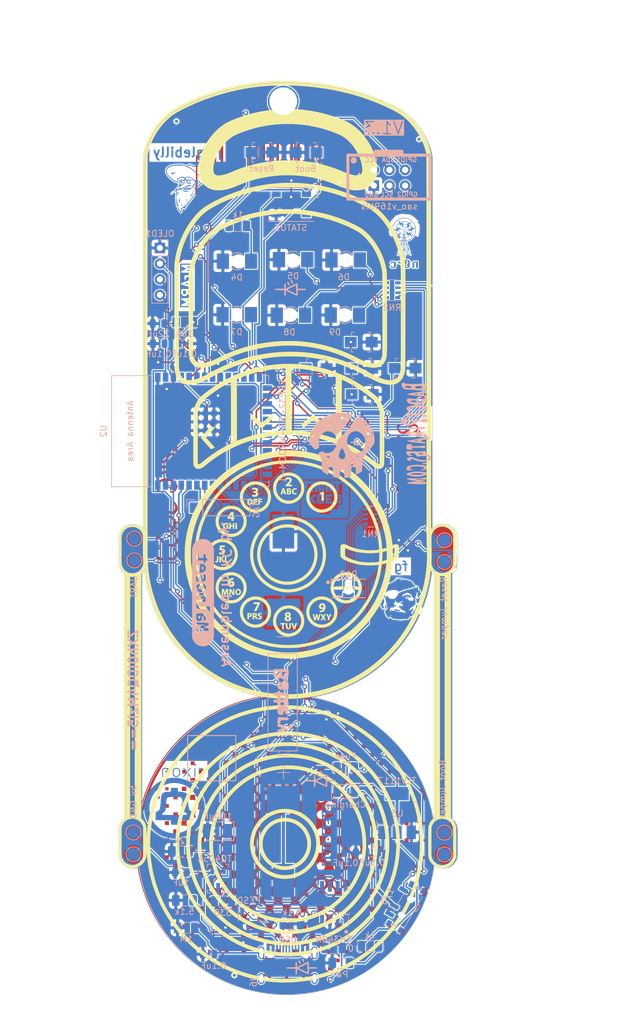
<source format=kicad_pcb>
(kicad_pcb (version 20221018) (generator pcbnew)
  (title_block (title "BSidesKC Badge") (date "2023-08-11") (rev "1.1") (company "BadgePirates") (comment 1 "ESP32-S3 WROOM (WIFI/BTLE)") (comment 2 "USB to Serial Programming") (comment 3 "Lipo Charger / 14500 Battery") (comment 4 "5 Input Buttons"))
  (layers (0 "F.Cu" signal) (31 "B.Cu" signal) (34 "B.Paste" user) (35 "F.Paste" user) (36 "B.SilkS" user "B.Silkscreen") (37 "F.SilkS" user "F.Silkscreen") (38 "B.Mask" user) (39 "F.Mask" user) (44 "Edge.Cuts" user))
  (net 0 "")
  (net 1 "/BATTERY+")
  (net 2 "GND")
  (net 3 "RESET")
  (net 4 "VBUS")
  (net 5 "VCC")
  (net 6 "Net-(U1-V3)")
  (net 7 "+BATT")
  (net 8 "Net-(J6-SHIELD)")
  (net 9 "Net-(D1-A)")
  (net 10 "Net-(D2-K)")
  (net 12 "Net-(D4-A)")
  (net 13 "Net-(D6-RK)")
  (net 14 "Net-(D5-A)")
  (net 15 "Net-(D6-BK)")
  (net 16 "IO18")
  (net 17 "Net-(D7-A)")
  (net 18 "Net-(D8-A)")
  (net 19 "D+")
  (net 20 "D-")
  (net 21 "Net-(D6-GK)")
  (net 22 "Net-(D9-A)")
  (net 23 "IO45")
  (net 24 "IO21")
  (net 25 "TMS")
  (net 26 "TDI")
  (net 27 "TDO")
  (net 28 "TCK")
  (net 29 "USB_RX_ESP_TX")
  (net 30 "USB_TX_ESP_RX")
  (net 31 "Boot")
  (net 32 "Net-(SW2-A)")
  (net 33 "Net-(J6-VBUS-PadA4)")
  (net 34 "Net-(J6-CC1)")
  (net 35 "SCL")
  (net 36 "SDA")
  (net 38 "Net-(J6-CC2)")
  (net 40 "IO15")
  (net 41 "IO05")
  (net 42 "IO04")
  (net 43 "IO03")
  (net 44 "IO10")
  (net 45 "IO14")
  (net 46 "IO13")
  (net 47 "IO12")
  (net 48 "IO11")
  (net 49 "IO46")
  (net 50 "IO37")
  (net 51 "IO36")
  (net 52 "IO35")
  (net 53 "IO38")
  (net 54 "IO16")
  (net 55 "IO17")
  (net 56 "IO08")
  (net 57 "IO09")
  (net 58 "IO47")
  (net 59 "IO48")
  (net 60 "IO02")
  (net 61 "IO01")
  (net 62 "Net-(U4-~{CHRG})")
  (net 63 "Net-(U4-PROG)")
  (net 68 "Net-(D10-A)")
  (footprint "BadgePirates:Badgelife-SAOv169-SAO_Side_B.SLK" (layer "F.Cu") (at 116.0398 49.1816)
    (fp_text reference "X1" hide)
    (fp_text value "sao_v169bis")
  )
  (footprint "BadgePiratesLogos:NG_B.Cu" (layer "F.Cu") (at 105.870876 101.016971)
    (fp_text reference "G***" hide)
    (fp_text value "NG_BSilk_B.Cu" hide)
  )
  (footprint "BSidesKC:F.CU_SponsorText" (layer "F.Cu") (at 53.523847 106.800328)
    (fp_text reference "G***" hide)
    (fp_text value "LOGO" hide)
  )
  (footprint "BSidesKC:F.Cu_g4806" (layer "F.Cu") (at 53.6 106.75)
    (fp_text reference "G***" hide)
    (fp_text value "LOGO" hide)
  )
  (footprint "BadgePirates:LED_Osram_Lx_P47F_D2mm_ReverseMount_Proper_Mask Only" (layer "F.Cu") (at 109.205 71.355 180)
    (fp_text reference "D9")
    (fp_text value "LED")
  )
  (footprint "LOGO" (layer "F.Cu") (at 74.434225 130.455417)
    (fp_text reference "G***" hide)
    (fp_text value "LOGO" hide)
  )
  (footprint "BadgePirates:LED_Osram_Lx_P47F_D2mm_ReverseMount_Proper_Mask Only" (layer "F.Cu") (at 109.33 62.43 180)
    (fp_text reference "D6")
    (fp_text value "LED")
  )
  (footprint "BadgePiratesLogos:Jiggle_B.Cu" (layer "F.Cu") (at 83.78 50.11)
    (fp_text reference "G***" hide)
    (fp_text value "jigglebilly")
  )
  (footprint "BadgePiratesLogos:LED_Schematic_B.SLK" (layer "F.Cu") (at 100.405 66.905)
    (fp_text reference "G***" hide)
    (fp_text value "LOGO" hide)
  )
  (footprint "BadgePiratesLogos:FG_B.Cu" (layer "F.Cu") (at 118.25862 117.176868)
    (fp_text reference "G***" hide)
    (fp_text value "fg")
  )
  (footprint "BadgePirates:LED_Osram_Lx_P47F_D2mm_ReverseMount_Proper_Mask Only" (layer "F.Cu") (at 100.455 71.38 180)
    (fp_text reference "D8")
    (fp_text value "LED")
  )
  (footprint "LOGO" (layer "F.Cu") (at 74.434225 130.455417)
    (fp_text reference "G***" hide)
    (fp_text value "LOGO" hide)
  )
  (footprint "BadgePiratesLogos:rixon_B.Cu" (layer "F.Cu") (at 81.568283 151.265844)
    (fp_text reference "G***" hide)
    (fp_text value "Rixon" hide)
  )
  (footprint "BadgePiratesLogos:BPSkull_Distressed_B.SILK" (layer "F.Cu") (at 108.754592 92.468772)
    (fp_text reference "G***" hide)
    (fp_text value "BP Logo" hide)
  )
  (footprint "BadgePiratesLogos:BadgePiratesURL_B.SLK" (layer "F.Cu") (at 121.5 90.55 90)
    (fp_text reference "G***" hide)
    (fp_text value "LOGO" hide)
  )
  (footprint "BSidesKC:F.SilkS_g4810" (layer "F.Cu") (at 53.537704 106.772009)
    (fp_text reference "G***" hide)
    (fp_text value "LOGO" hide)
  )
  (footprint "LOGO" (layer "F.Cu") (at 74.434225 130.455417)
    (fp_text reference "G***" hide)
    (fp_text value "LOGO" hide)
  )
  (footprint "BadgePiratesLogos:n0rc_B.SLK" (layer "F.Cu") (at 118.820001 58.605367)
    (fp_text reference "REF**" hide)
    (fp_text value "n0rc_B.CU" hide)
  )
  (footprint "BadgePirates:LED_Osram_Lx_P47F_D2mm_ReverseMount_Proper_Mask Only" (layer "F.Cu") (at 100.805 62.38 180)
    (fp_text reference "D5")
    (fp_text value "LED")
  )
  (footprint "BadgePirates:LED_Osram_Lx_P47F_D2mm_ReverseMount_Proper_Mask Only" (layer "F.Cu") (at 91.705 62.63 180)
    (fp_text reference "D4")
    (fp_text value "LED")
  )
  (footprint "BSidesKC:F.Mask_g4808" (layer "F.Cu") (at 53.52 106.79)
    (fp_text reference "G***" hide)
    (fp_text value "LOGO" hide)
  )
  (footprint "BadgePiratesLogos:LED_Schematic_B.SLK" (layer "F.Cu") (at 102.22 176.88)
    (fp_text reference "G***" hide)
    (fp_text value "LOGO" hide)
  )
  (footprint "BadgePirates:LED_RGB_1210" (layer "F.Cu") (at 109.78 115.68)
    (fp_text reference "D10")
    (fp_text value "LED")
  )
  (footprint "LOGO" (layer "F.Cu") (at 74.434225 130.455417)
    (fp_text reference "G***" hide)
    (fp_text value "LOGO" hide)
  )
  (footprint "BadgePiratesLogos:LED_Schematic_B.SLK" (layer "F.Cu") (at 105.190166 146.533244)
    (fp_text reference "G***" hide)
    (fp_text value "LOGO" hide)
  )
  (footprint "BadgePirates:LED_Osram_Lx_P47F_D2mm_ReverseMount_Proper_Mask Only" (layer "F.Cu") (at 91.669 71.305 180)
    (fp_text reference "D7")
    (fp_text value "LED")
  )
  (footprint "BadgePirates:Hole_4.5mm" (layer "F.Cu") (at 99.205 36.705)
    (fp_text reference "REF**" hide)
    (fp_text value "4.5mm")
  )
  (footprint "Connector_PinHeader_2.54mm:PinHeader_1x04_P2.54mm_Vertical" (layer "B.Cu") (at 84.87 102.58 -90)
    (fp_text reference "J2" hide)
    (fp_text value "JTAG")
  )
  (footprint "Fiducial:Fiducial_0.5mm_Mask1mm" (layer "B.Cu") (at 81.89 39.96 180)
    (fp_text reference "REF**" hide)
    (fp_text value "Fiducial_0.5mm_Mask1mm")
  )
  (footprint "BadgePirates:Switch_Tactile_SMD_B3U-1000P-BPVersion" (layer "B.Cu") (at 95.755 44.98 180)
    (fp_text reference "SW_Reset1" hide)
    (fp_text value "Reset")
  )
  (footprint "BadgePirates:R_1206_3216Metric" (layer "B.Cu") (at 113.28 173.67)
    (fp_text reference "R2" hide)
    (fp_text value "1k")
  )
  (footprint "BadgePirates:Switch_Tactile_SMD_B3U-1000P-BPVersion" (layer "B.Cu") (at 111.94 80.01 180)
    (fp_text reference "SW5" hide)
    (fp_text value "SW_Center")
  )
  (footprint "LED_SMD:LED_WS2812B_PLCC4_5.0x5.0mm_P3.2mm" (layer "B.Cu") (at 100.505 53.43 180)
    (fp_text reference "D3" hide)
    (fp_text value "STATUS")
  )
  (footprint "Package_TO_SOT_SMD:SOT-23" (layer "B.Cu") (at 93.47 168.8975 -90)
    (fp_text reference "D11" hide)
    (fp_text value "PESD")
  )
  (footprint "Fiducial:Fiducial_0.5mm_Mask1mm" (layer "B.Cu") (at 91.27 178.37 180)
    (fp_text reference "REF**" hide)
    (fp_text value "Fiducial_0.5mm_Mask1mm")
  )
  (footprint "BadgePirates:Switch_Tactile_SMD_B3U-1000P-BPVersion" (layer "B.Cu") (at 111.85 75.74 180)
    (fp_text reference "SW6" hide)
    (fp_text value "SW_Up")
  )
  (footprint "BadgePirates:TestPoint_Pad_D2.0mm x2" (layer "B.Cu") (at 75.055 111.13 90)
    (fp_text reference "J1" hide)
    (fp_text value "UART")
  )
  (footprint "BadgePirates:TestPoint_Pad_D2.0mm x2" (layer "B.Cu") (at 74.905 155.23 -90)
    (fp_text reference "J4" hide)
    (fp_text value "5v GND")
  )
  (footprint "BadgePirates:Switch_Tactile_SMD_B3U-1000P-BPVersion" (layer "B.Cu") (at 104.54 80.02 180)
    (fp_text reference "SW4" hide)
    (fp_text value "SW_Right")
  )
  (footprint "BadgePirates:TestPoint_Pad_D2.0mm x2" (layer "B.Cu") (at 125.355 111.3842 90)
    (fp_text reference "J3" hide)
    (fp_text value "Reset Jumper")
  )
  (footprint "Fiducial:Fiducial_0.5mm_Mask1mm" (layer "B.Cu") (at 121.23 42.87 180)
    (fp_text reference "REF**" hide)
    (fp_text value "Fiducial_0.5mm_Mask1mm")
  )
  (footprint "BadgePirates:Switch_Tactile_SMD_B3U-1000P-BPVersion" (layer "B.Cu") (at 112 84.21 180)
    (fp_text reference "SW7" hide)
    (fp_text value "SW_Down")
  )
  (footprint "LED_SMD:LED_1206_3216Metric" (layer "B.Cu") (at 109.33 148.61)
    (fp_text reference "D2" hide)
    (fp_text value "Charging")
  )
  (footprint "BadgePirates:C_0805_2012Metric" (layer "B.Cu") (at 82.6125 161.71 180)
    (fp_text reference "C5" hide)
    (fp_text value "1uF")
  )
  (footprint "Resistor_SMD:R_Array_Convex_4x0603" (layer "B.Cu") (at 116.855 67.33)
    (fp_text reference "RN2")
    (fp_text value "1k_Array" hide)
  )
  (footprint "Connector_PinHeader_2.54mm:PinHeader_1x04_P2.54mm_Vertical" (layer "B.Cu") (at 79.205 60.485 180)
    (fp_text reference "OLED1")
    (fp_text value "OLED")
  )
  (footprint "BadgePirates:C_0805_2012Metric" (layer "B.Cu") (at 113.65 158.46 180)
    (fp_text reference "C3" hide)
    (fp_text value "0.1uF")
  )
  (footprint "BadgePirates:R_1206_3216Metric" (layer "B.Cu") (at 107.38 173.94 180)
    (fp_text reference "R6" hide)
    (fp_text value "0")
  )
  (footprint "BadgePirates:R_1206_3216Metric" (layer "B.Cu") (at 91.83 56.905)
    (fp_text reference "R5" hide)
    (fp_text value "1k")
  )
  (footprint "BadgePirates:Switch_Tactile_SMD_B3U-1000P-BPVersion" (layer "B.Cu") (at 118.96 79.98 180)
    (fp_text reference "SW3" hide)
    (fp_text value "SW_Left")
  )
  (footprint "Resistor_SMD:R_Array_Convex_4x0603" (layer "B.Cu") (at 113.405 104.03)
    (fp_text reference "RN1")
    (fp_text value "1k_Array")
  )
  (footprint "BadgePirates:R_1206_3216Metric" (layer "B.Cu") (at 109.32 144.69)
    (fp_text reference "F1" hide)
    (fp_text value "Fuse")
  )
  (footprint "BadgePirates:Switch_Tactile_SMD_B3U-1000P-BPVersion" (layer "B.Cu") (at 102.905 45.005 180)
    (fp_text reference "SW1" hide)
    (fp_text value "Boot")
  )
  (footprint "BadgePirates:R_1206_3216Metric" (layer "B.Cu") (at 83.18 166.23 180)
    (fp_text reference "R10" hide)
    (fp_text value "5.1k")
  )
  (footprint "BadgePirates:R_1206_3216Metric" (layer "B.Cu") (at 100.62 170.04)
    (fp_text reference "R8" hide)
    (fp_text value "5.1k")
  )
  (footprint "Espressif:ESP32-S3-WROOM-1" (layer "B.Cu") (at 87.115 90.18 -90)
    (fp_text reference "U2")
    (fp_text value "ESP32-S3-WROOM-1")
  )
  (footprint "BadgePirates:SOIC-8-1EP_W3.9mm" (layer "B.Cu") (at 107.405 166.71 180)
    (fp_text reference "U1" hide)
    (fp_text value "CH340N")
  )
  (footprint "BadgePirates:TestPoint_Pad_D2.0mm x2" (layer "B.Cu") (at 125.355 158.78 90)
    (fp_text reference "J5" hide)
    (fp_text value "Boot Jumper")
  )
  (footprint "BadgePirates:C_0805_2012Metric" (layer "B.Cu") (at 78.97 72.73 180)
    (fp_text reference "C7" hide)
    (fp_text value "22uF")
  )
  (footprint "BadgePirates:SW_SPDT_PCM12" (layer "B.Cu") (at 118.844212 167.190962 -120)
    (fp_text reference "1/0")
    (fp_text value "SW_SPDT")
  )
  (footprint "kibuzzard-64E628A6" (layer "B.Cu") (at 86.19 116.36 90)
    (fp_text reference "kibuzzard-64E628A6" hide)
    (fp_text value "G***" hide)
  )
  (footprint "BadgePirates:C_0805_2012Metric" (layer "B.Cu") (at 87.11 174.96 180)
    (fp_text reference "C8" hide)
    (fp_text value "0.1uF")
  )
  (footprint "BadgePirates:C_0805_2012Metric" (layer "B.Cu") (at 110.05 158.5)
    (fp_text reference "C2" hide)
    (fp_text value "0.1uF")
  )
  (footprint "BadgePirates:LTC4054" (layer "B.Cu") (at 88.6425 162.705 180)
    (fp_text reference "U4" hide)
    (fp_text value "LTC4054")
  )
  (footprint "BadgePirates:R_1206_3216Metric" (layer "B.Cu") (at 83.47 170.68 180)
    (fp_text reference "R12" hide)
    (fp_text value "1M")
  )
  (footprint "Capacitor_Tantalum_SMD:CP_EIA-3528-21_Kemet-B_Pad1.50x2.35mm_HandSolder" (layer "B.Cu") (at 88.555 155.005 180)
    (fp_text reference "C4" hide)
    (fp_text value "100uF")
  )
  (footprint "BadgePirates:Battery - 14500" (layer "B.Cu") (at 99.245 134.755 90)
    (fp_text reference "BT1")
    (fp_text value "Battery")
  )
  (footprint "BadgePirates:C_0805_2012Metric" (layer "B.Cu") (at 79.01 75.99 180)
    (fp_text reference "C6" hide)
    (fp_text value "0.1uF")
  )
  (footprint "BadgePirates:R_1206_3216Metric" (layer "B.Cu") (at 108.55 176.36)
    (fp_text reference "D1" hide)
    (fp_text value "Pwr")
  )
  (footprint "BadgePirates:R_1206_3216Metric" (layer "B.Cu") (at 83.22 72.51)
    (fp_text reference "R1" hide)
    (fp_text value "10k")
  )
  (footprint "BadgePirates:C_0805_2012Metric" (layer "B.Cu") (at 83.2 75.98)
    (fp_text reference "C1" hide)
    (fp_text value "0.1uF")
  )
  (footprint "BadgePirates:R_1206_3216Metric" (layer "B.Cu") (at 89.4 166.42 180)
    (fp_text reference "R3" hide)
    (fp_text value "330")
  )
  (footprint "BadgePirates:USB_C_Receptical-Jing" (layer "B.Cu") (at 99.955 174.7425 180)
    (fp_text reference "J6")
    (fp_text value "USB")
  )
  (footprint "BadgePirates:SOT-223" (layer "B.Cu") (at 117.66 152.05 180)
    (fp_text reference "U3")
    (fp_text value "TLV1117")
  )
  (footprint "BadgePirates:R_1206_3216Metric" (layer "B.Cu") (at 82.53 158.305 180)
    (fp_text reference "R4" hide)
    (fp_text value "2k")
  )
  (gr_rect (start 83.71 139.52) (end 91.51 146.85) (stroke (width 0.15)) (fill none) (layer "B.SilkS"))
  (gr_line (start 118.496 172.6195) (end 118.639 172.4415) (stroke (width 0.1)) (layer "Edge.Cuts"))
  (gr_line (start 104.811 133.5055) (end 103.909 133.3315) (stroke (width 0.1)) (layer "Edge.Cuts"))
  (gr_line (start 114.317 128.8252) (end 115.051 128.239) (stroke (width 0.1)) (layer "Edge.Cuts"))
  (gr_line (start 121.703 167.4895) (end 122.019 166.7765) (stroke (width 0.1)) (layer "Edge.Cuts"))
  (gr_line (start 106.865 134.0415) (end 107.7 134.29) (stroke (width 0.1)) (layer "Edge.Cuts"))
  (gr_line (start 81.33 173.1) (end 81.68 173.48) (stroke (width 0.1)) (layer "Edge.Cuts"))
  (gr_line (start 120.932 40.44044) (end 120.52 39.96951) (stroke (width 0.1)) (layer "Edge.Cuts"))
  (gr_line (start 112.778 129.909) (end 113.559 129.3822) (stroke (width 0.1)) (layer "Edge.Cuts"))
  (gr_line (start 82.581 140.0985) (end 82.139 140.5535) (stroke (width 0.1)) (layer "Edge.Cuts"))
  (gr_line (start 84.613 176.2325) (end 85.204 176.6915) (stroke (width 0.1)) (layer "Edge.Cuts"))
  (gr_line (start 73.5587 153.0015) (end 73.3494 153.1855) (stroke (width 0.1)) (layer "Edge.Cuts"))
  (gr_line (start 77.791 42.5796) (end 77.5226 43.1274) (stroke (width 0.1)) (layer "Edge.Cuts"))
  (gr_line (start 119.457 123.3876) (end 119.971 122.598) (stroke (width 0.1)) (layer "Edge.Cuts"))
  (gr_line (start 127.11 106.2944) (end 126.981 106.1222) (stroke (width 0.1)) (layer "Edge.Cuts"))
  (gr_line (start 115.752 175.4775) (end 115.796 175.4375) (stroke (width 0.1)) (layer "Edge.Cuts"))
  (gr_line (start 87.059 177.9605) (end 87.331 178.1265) (stroke (width 0.1)) (layer "Edge.Cuts"))
  (gr_line (start 73.2051 160.2345) (end 73.3494 160.3925) (stroke (width 0.1)) (layer "Edge.Cuts"))
  (gr_line (start 122.312 166.0535) (end 122.581 165.3215) (stroke (width 0.1)) (layer "Edge.Cuts"))
  (gr_line (start 91.336 131.9435) (end 92.22 132.2795) (stroke (width 0.1)) (layer "Edge.Cuts"))
  (gr_line (start 92.517 180.4525) (end 93.296 180.6815) (stroke (width 0.1)) (layer "Edge.Cuts"))
  (gr_line (start 78.791 169.4645) (end 79.177 170.1065) (stroke (width 0.1)) (layer "Edge.Cuts"))
  (gr_line (start 83.598 126.8358) (end 84.269 127.4771) (stroke (width 0.1)) (layer "Edge.Cuts"))
  (gr_line (start 77.7559 167.4745) (end 78.2406 168.4625) (stroke (width 0.1)) (layer "Edge.Cuts"))
  (gr_line (start 127.448 107.0951) (end 127.393 106.8806) (stroke (width 0.1)) (layer "Edge.Cuts"))
  (gr_line (start 73.2051 106.1222) (end 73.0762 106.2944) (stroke (width 0.1)) (layer "Edge.Cuts"))
  (gr_line (start 116.713 139.9555) (end 115.98 139.2615) (stroke (width 0.1)) (layer "Edge.Cuts"))
  (gr_line (start 73.3494 153.1855) (end 73.2051 153.3445) (stroke (width 0.1)) (layer "Edge.Cuts"))
  (gr_line (start 72.7934 112.2537) (end 72.8691 112.4594) (stroke (width 0.1)) (layer "Edge.Cuts"))
  (gr_line (start 82.93 174.7485) (end 83.476 175.2595) (stroke (width 0.1)) (layer "Edge.Cuts"))
  (gr_line (start 91.747 180.1965) (end 92.517 180.4525) (stroke (width 0.1)) (layer "Edge.Cuts"))
  (gr_line (start 127.483 111.8174) (end 127.494 111.5891) (stroke (width 0.1)) (layer "Edge.Cuts"))
  (gr_line (start 123.421 106.2044) (end 123.421 60.092) (stroke (width 0.1)) (layer "Edge.Cuts"))
  (gr_line (start 114.05 176.8525) (end 114.373 176.6105) (stroke (width 0.1)) (layer "Edge.Cuts"))
  (gr_line (start 94.797 33.97827) (end 93.681 34.13856) (stroke (width 0.1)) (layer "Edge.Cuts"))
  (gr_line (start 124.983 105.3179) (end 124.761 105.3521) (stroke (width 0.1)) (layer "Edge.Cuts"))
  (gr_line (start 127.393 154.1025) (end 127.317 153.8965) (stroke (width 0.1)) (layer "Edge.Cuts"))
  (gr_line (start 80.996 38.72052) (end 80.503 39.11418) (stroke (width 0.1)) (layer "Edge.Cuts"))
  (gr_line (start 78.773 169.4335) (end 78.791 169.4645) (stroke (width 0.1)) (layer "Edge.Cuts"))
  (gr_line (start 99.734 181.5545) (end 100.861 181.5285) (stroke (width 0.1)) (layer "Edge.Cuts"))
  (gr_line (start 123.541 161.6805) (end 123.642 161.0835) (stroke (width 0.1)) (layer "Edge.Cuts"))
  (gr_line (start 121.508 146.6435) (end 121.51 146.6435) (stroke (width 0.1)) (layer "Edge.Cuts"))
  (gr_line (start 81.742 124.7598) (end 82.333 125.4764) (stroke (width 0.1)) (layer "Edge.Cuts"))
  (gr_line (start 74.4805 105.3521) (end 74.2661 105.4076) (stroke (width 0.1)) (layer "Edge.Cuts"))
  (gr_line (start 72.7934 154.1025) (end 72.7379 154.3165) (stroke (width 0.1)) (layer "Edge.Cuts"))
  (gr_line (start 127.483 154.5395) (end 127.448 154.3175) (stroke (width 0.1)) (layer "Edge.Cuts"))
  (gr_line (start 106.62 34.27085) (end 105.41 34.09089) (stroke (width 0.1)) (layer "Edge.Cuts"))
  (gr_line (start 123.369 112.6779) (end 123.369 112.6778) (stroke (width 0.1)) (layer "Edge.Cuts"))
  (gr_line (start 74.9746 105.3063) (end 74.9307 105.3063) (stroke (width 0.1)) (layer "Edge.Cuts"))
  (gr_line (start 92.393 134.0995) (end 91.538 134.3895) (stroke (width 0.1)) (layer "Edge.Cuts"))
  (gr_line (start 122.005 41.9623) (end 121.675 41.44041) (stroke (width 0.1)) (layer "Edge.Cuts"))
  (gr_line (start 72.9638 112.6551) (end 73.0762 112.8397) (stroke (width 0.1)) (layer "Edge.Cuts"))
  (gr_line (start 115.928 37.00173) (end 114.813 36.52955) (stroke (width 0.1)) (layer "Edge.Cuts"))
  (gr_line (start 79.668 121.6671) (end 80.141 122.4726) (stroke (width 0.1)) (layer "Edge.Cuts"))
  (gr_line (start 72.6921 111.5891) (end 72.7037 111.8174) (stroke (width 0.1)) (layer "Edge.Cuts"))
  (gr_line (start 123.961 105.6904) (end 123.788 105.8193) (stroke (width 0.1)) (layer "Edge.Cuts"))
  (gr_line (start 115.219 138.5965) (end 114.43 137.9645) (stroke (width 0.1)) (layer "Edge.Cuts"))
  (gr_line (start 127.223 159.8775) (end 127.317 159.6815) (stroke (width 0.1)) (layer "Edge.Cuts"))
  (gr_line (start 105.708 133.7145) (end 105.706 133.7145) (stroke (width 0.1)) (layer "Edge.Cuts"))
  (gr_line (start 98.915 181.5405) (end 99.734 181.5545) (stroke (width 0.1)) (layer "Edge.Cuts"))
  (gr_line (start 89.047 135.4475) (end 88.244 135.8625) (stroke (width 0.1)) (layer "Edge.Cuts"))
  (gr_line (start 124.547 105.4076) (end 124.341 105.4833) (stroke (width 0.1)) (layer "Edge.Cuts"))
  (gr_line (start 119.788 170.8825) (end 120.215 170.2295) (stroke (width 0.1)) (layer "Edge.Cuts"))
  (gr_line (start 75.2029 105.3179) (end 74.9746 105.3063) (stroke (width 0.1)) (layer "Edge.Cuts"))
  (gr_line (start 127.393 112.2538) (end 127.448 112.0393) (stroke (width 0.1)) (layer "Edge.Cuts"))
  (gr_line (start 85.068 36.61123) (end 84.047 37.06159) (stroke (width 0.1)) (layer "Edge.Cuts"))
  (gr_line (start 122.626 165.1955) (end 122.626 165.1945) (stroke (width 0.1)) (layer "Edge.Cuts"))
  (gr_line (start 103.909 133.3315) (end 104.87 133.1535) (stroke (width 0.1)) (layer "Edge.Cuts"))
  (gr_line (start 72.7379 112.0393) (end 72.7934 112.2537) (stroke (width 0.1)) (layer "Edge.Cuts"))
  (gr_line (start 72.9638 106.479) (end 72.8691 106.6748) (stroke (width 0.1)) (layer "Edge.Cuts"))
  (gr_line (start 72.7379 154.3165) (end 72.7037 154.5395) (stroke (width 0.1)) (layer "Edge.Cuts"))
  (gr_line (start 122.574 43.0303) (end 122.305 42.4934) (stroke (width 0.1)) (layer "Edge.Cuts"))
  (gr_line (start 76.7492 149.5585) (end 76.5304 150.2525) (stroke (width 0.1)) (layer "Edge.Cuts"))
  (gr_line (start 98.099 181.4995) (end 98.915 181.5405) (stroke (width 0.1)) (layer "Edge.Cuts"))
  (gr_line (start 126.628 153.0015) (end 126.628 113.3549) (stroke (width 0.1)) (layer "Edge.Cuts"))
  (gr_line (start 75.845 105.4833) (end 75.6393 105.4076) (stroke (width 0.1)) (layer "Edge.Cuts"))
  (gr_line (start 81.14 172.87) (end 81.33 173.1) (stroke (width 0.1)) (layer "Edge.Cuts"))
  (gr_line (start 81.887 173.6765) (end 82.401 174.2205) (stroke (width 0.1)) (layer "Edge.Cuts"))
  (gr_line (start 73.0762 112.8397) (end 73.2051 113.0118) (stroke (width 0.1)) (layer "Edge.Cuts"))
  (gr_line (start 108.851 179.7745) (end 109.458 179.5165) (stroke (width 0.1)) (layer "Edge.Cuts"))
  (gr_line (start 106.35 180.6355) (end 106.985 180.4455) (stroke (width 0.1)) (layer "Edge.Cuts"))
  (gr_line (start 76.9273 165.4435) (end 77.318 166.4675) (stroke (width 0.1)) (layer "Edge.Cuts"))
  (gr_line (start 76.2887 163.3455) (end 76.5841 164.4025) (stroke (width 0.1)) (layer "Edge.Cuts"))
  (gr_line (start 119.342 143.0215) (end 118.733 142.2145) (stroke (width 0.1)) (layer "Edge.Cuts"))
  (gr_line (start 72.9637 159.8775) (end 73.0761 160.0625) (stroke (width 0.1)) (layer "Edge.Cuts"))
  (gr_line (start 103.106 181.3195) (end 104.218 181.1365) (stroke (width 0.1)) (layer "Edge.Cuts"))
  (gr_line (start 78.818 119.9965) (end 79.227 120.8415) (stroke (width 0.1)) (layer "Edge.Cuts"))
  (gr_line (start 82.333 125.4764) (end 82.952 126.1687) (stroke (width 0.1)) (layer "Edge.Cuts"))
  (gr_line (start 119.622 39.10564) (end 119.137 38.72064) (stroke (width 0.1)) (layer "Edge.Cuts"))
  (gr_line (start 118.09 141.4335) (end 117.417 140.6805) (stroke (width 0.1)) (layer "Edge.Cuts"))
  (gr_line (start 109.458 179.5165) (end 110.059 179.2425) (stroke (width 0.1)) (layer "Edge.Cuts"))
  (gr_line (start 109.017 34.73498) (end 107.823 34.48536) (stroke (width 0.1)) (layer "Edge.Cuts"))
  (gr_line (start 100.861 181.5285) (end 101.986 181.4495) (stroke (width 0.1)) (layer "Edge.Cuts"))
  (gr_line (start 73.6801 105.6904) (end 73.508 105.8193) (stroke (width 0.1)) (layer "Edge.Cuts"))
  (gr_line (start 108.64 134.67) (end 109.35 134.94) (stroke (width 0.1)) (layer "Edge.Cuts"))
  (gr_line (start 77.2508 148.1885) (end 76.9893 148.8705) (stroke (width 0.1)) (layer "Edge.Cuts"))
  (gr_line (start 126.678 105.8193) (end 126.506 105.6904) (stroke (width 0.1)) (layer "Edge.Cuts"))
  (gr_line (start 123.369 112.6778) (end 123.486 112.8306) (stroke (width 0.1)) (layer "Edge.Cuts"))
  (gr_line (start 125.255 105.3063) (end 125.212 105.3063) (stroke (width 0.1)) (layer "Edge.Cuts"))
  (gr_line (start 120.52 39.96951) (end 120.083 39.52325) (stroke (width 0.1)) (layer "Edge.Cuts"))
  (gr_line (start 76.333 150.9515) (end 76.333 113.1568) (stroke (width 0.1)) (layer "Edge.Cuts"))
  (gr_line (start 104.405 181.1005) (end 104.406 181.1005) (stroke (width 0.1)) (layer "Edge.Cuts"))
  (gr_line (start 97.042 33.76239) (end 95.918 33.85271) (stroke (width 0.1)) (layer "Edge.Cuts"))
  (gr_line (start 123.421 45.7316) (end 123.421 45.7042) (stroke (width 0.1)) (layer "Edge.Cuts"))
  (gr_line (start 88.039 178.5345) (end 88.759 178.9175) (stroke (width 0.1)) (layer "Edge.Cuts"))
  (gr_line (start 90.376 34.82284) (end 89.291 35.11707) (stroke (width 0.1)) (layer "Edge.Cuts"))
  (gr_line (start 74.266 160.9485) (end 74.4805 161.0045) (stroke (width 0.1)) (layer "Edge.Cuts"))
  (gr_line (start 77.5226 43.1274) (end 77.2877 43.6767) (stroke (width 0.1)) (layer "Edge.Cuts"))
  (gr_line (start 127.393 106.8806) (end 127.317 106.6748) (stroke (width 0.1)) (layer "Edge.Cuts"))
  (gr_line (start 87.196 129.766) (end 87.984 130.265) (stroke (width 0.1)) (layer "Edge.Cuts"))
  (gr_line (start 121.51 146.6435) (end 121.509 146.6425) (stroke (width 0.1)) (layer "Edge.Cuts"))
  (gr_line (start 122.626 165.1935) (end 122.816 164.6175) (stroke (width 0.1)) (layer "Edge.Cuts"))
  (gr_line (start 111.976 130.4048) (end 112.778 129.909) (stroke (width 0.1)) (layer "Edge.Cuts"))
  (gr_line (start 122.816 164.6175) (end 122.991 164.0365) (stroke (width 0.1)) (layer "Edge.Cuts"))
  (gr_line (start 119.787 170.8845) (end 119.788 170.8825) (stroke (width 0.1)) (layer "Edge.Cuts"))
  (gr_line (start 105.708 180.8075) (end 106.35 180.6355) (stroke (width 0.1)) (layer "Edge.Cuts"))
  (gr_line (start 127.483 107.3171) (end 127.448 107.0951) (stroke (width 0.1)) (layer "Edge.Cuts"))
  (gr_line (start 83.041 37.54166) (end 82.052 38.05096) (stroke (width 0.1)) (layer "Edge.Cuts"))
  (gr_line (start 124.404 160.8985) (end 124.596 160.9635) (stroke (width 0.1)) (layer "Edge.Cuts"))
  (gr_line (start 127.317 159.6815) (end 127.393 159.4755) (stroke (width 0.1)) (layer "Edge.Cuts"))
  (gr_line (start 123.505 152.705) (end 123.555 153.13) (stroke (width 0.1)) (layer "Edge.Cuts"))
  (gr_line (start 127.448 112.0393) (end 127.483 111.8174) (stroke (width 0.1)) (layer "Edge.Cuts"))
  (gr_line (start 104.219 181.1365) (end 104.405 181.1005) (stroke (width 0.1)) (layer "Edge.Cuts"))
  (gr_line (start 82.952 126.1687) (end 83.598 126.8358) (stroke (width 0.1)) (layer "Edge.Cuts"))
  (gr_line (start 117.203 174.0815) (end 117.865 173.3625) (stroke (width 0.1)) (layer "Edge.Cuts"))
  (gr_line (start 88.217 35.44352) (end 87.155 35.8017) (stroke (width 0.1)) (layer "Edge.Cuts"))
  (gr_line (start 124.795 161.0115) (end 125.001 161.0405) (stroke (width 0.1)) (layer "Edge.Cuts"))
  (gr_line (start 127.11 153.5165) (end 126.981 153.3445) (stroke (width 0.1)) (layer "Edge.Cuts"))
  (gr_line (start 126.322 105.578) (end 126.126 105.4833) (stroke (width 0.1)) (layer "Edge.Cuts"))
  (gr_line (start 73.8646 160.7785) (end 74.0603 160.8735) (stroke (width 0.1)) (layer "Edge.Cuts"))
  (gr_line (start 110.059 179.2425) (end 110.653 178.9505) (stroke (width 0.1)) (layer "Edge.Cuts"))
  (gr_line (start 119.203 171.7075) (end 119.735 170.9605) (stroke (width 0.1)) (layer "Edge.Cuts"))
  (gr_line (start 76.2253 105.6904) (end 76.0407 105.578) (stroke (width 0.1)) (layer "Edge.Cuts"))
  (gr_line (start 89.49 179.2755) (end 90.233 179.6085) (stroke (width 0.1)) (layer "Edge.Cuts"))
  (gr_line (start 81.711 141.0175) (end 81.296 141.4915) (stroke (width 0.1)) (layer "Edge.Cuts"))
  (gr_line (start 115.796 175.4375) (end 115.797 175.4375) (stroke (width 0.1)) (layer "Edge.Cuts"))
  (gr_line (start 81.513 38.36471) (end 80.996 38.72052) (stroke (width 0.1)) (layer "Edge.Cuts"))
  (gr_line (start 127.483 159.0395) (end 127.494 158.8115) (stroke (width 0.1)) (layer "Edge.Cuts"))
  (gr_line (start 112.777 136.7995) (end 111.913 136.2685) (stroke (width 0.1)) (layer "Edge.Cuts"))
  (gr_line (start 123.417 45.6768) (end 123.32 45.1643) (stroke (width 0.1)) (layer "Edge.Cuts"))
  (gr_line (start 82.401 174.2205) (end 82.93 174.7485) (stroke (width 0.1)) (layer "Edge.Cuts"))
  (gr_line (start 94.135 133.6175) (end 93.259 133.8415) (stroke (width 0.1)) (layer "Edge.Cuts"))
  (gr_line (start 122.626 165.1945) (end 122.626 165.1935) (stroke (width 0.1)) (layer "Edge.Cuts"))
  (gr_line (start 123.085 114.6242) (end 123.247 113.6575) (stroke (width 0.1)) (layer "Edge.Cuts"))
  (gr_line (start 125.705 105.3521) (end 125.483 105.3179) (stroke (width 0.1)) (layer "Edge.Cuts"))
  (gr_line (start 76.6869 112.8136) (end 76.8162 112.6411) (stroke (width 0.1)) (layer "Edge.Cuts"))
  (gr_line (start 118.912 124.1547) (end 119.457 123.3876) (stroke (width 0.1)) (layer "Edge.Cuts"))
  (gr_line (start 123.788 105.8193) (end 123.63 105.9636) (stroke (width 0.1)) (layer "Edge.Cuts"))
  (gr_line (start 105.817 132.9355) (end 106.749 132.6815) (stroke (width 0.1)) (layer "Edge.Cuts"))
  (gr_line (start 96.478 181.3345) (end 97.287 181.4305) (stroke (width 0.1)) (layer "Edge.Cuts"))
  (gr_line (start 75.4249 105.3521) (end 75.2029 105.3179) (stroke (width 0.1)) (layer "Edge.Cuts"))
  (gr_line (start 98.17 33.70781) (end 97.042 33.76239) (stroke (width 0.1)) (layer "Edge.Cuts"))
  (gr_line (start 127.448 154.3175) (end 127.393 154.1025) (stroke (width 0.1)) (layer "Edge.Cuts"))
  (gr_line (start 120.966 145.5905) (end 120.46 144.7105) (stroke (width 0.1)) (layer "Edge.Cuts"))
  (gr_line (start 126.837 160.3925) (end 126.981 160.2345) (stroke (width 0.1)) (layer "Edge.Cuts"))
  (gr_line (start 118.102 38.06439) (end 118.101 38.06388) (stroke (width 0.1)) (layer "Edge.Cuts"))
  (gr_line (start 126.126 160.8735) (end 126.321 160.7785) (stroke (width 0.1)) (layer "Edge.Cuts"))
  (gr_line (start 127.494 107.5454) (end 127.483 107.3171) (stroke (width 0.1)) (layer "Edge.Cuts"))
  (gr_line (start 85.204 176.6915) (end 85.808 177.1335) (stroke (width 0.1)) (layer "Edge.Cuts"))
  (gr_line (start 123.727 160.4835) (end 123.881 160.6085) (stroke (width 0.1)) (layer "Edge.Cuts"))
  (gr_line (start 110.653 178.9505) (end 111.238 178.6425) (stroke (width 0.1)) (layer "Edge.Cuts"))
  (gr_line (start 118.733 142.2145) (end 118.09 141.4335) (stroke (width 0.1)) (layer "Edge.Cuts"))
  (gr_line (start 123.881 160.6085) (end 124.045 160.7205) (stroke (width 0.1)) (layer "Edge.Cuts"))
  (gr_line (start 73.8647 105.578) (end 73.6801 105.6904) (stroke (width 0.1)) (layer "Edge.Cuts"))
  (gr_line (start 127.317 112.4594) (end 127.393 112.2538) (stroke (width 0.1)) (layer "Edge.Cuts"))
  (gr_line (start 83.035 139.6535) (end 83.035 139.6545) (stroke (width 0.1)) (layer "Edge.Cuts"))
  (gr_line (start 77.7946 117.3541) (end 78.101 118.2521) (stroke (width 0.1)) (layer "Edge.Cuts"))
  (gr_line (start 74.98 161.055) (end 74.68 161.03) (stroke (width 0.1)) (layer "Edge.Cuts"))
  (gr_line (start 122.055 118.3437) (end 122.368 117.4376) (stroke (width 0.1)) (layer "Edge.Cuts"))
  (gr_line (start 72.8691 153.8965) (end 72.7934 154.1025) (stroke (width 0.1)) (layer "Edge.Cuts"))
  (gr_line (start 111.375 35.34181) (end 110.202 35.02027) (stroke (width 0.1)) (layer "Edge.Cuts"))
  (gr_line (start 78.7659 145.0705) (end 78.4591 145.6185) (stroke (width 0.1)) (layer "Edge.Cuts"))
  (gr_line (start 123.555 153.13) (end 123.83 152.93) (stroke (width 0.1)) (layer "Edge.Cuts"))
  (gr_line (start 72.8691 112.4594) (end 72.9638 112.6551) (stroke (width 0.1)) (layer "Edge.Cuts"))
  (gr_line (start 119.971 122.598) (end 120.454 121.7868) (stroke (width 0.1)) (layer "Edge.Cuts"))
  (gr_line (start 117.417 140.6805) (end 116.713 139.9555) (stroke (width 0.1)) (layer "Edge.Cuts"))
  (gr_line (start 74.0604 105.4833) (end 73.8647 105.578) (stroke (width 0.1)) (layer "Edge.Cuts"))
  (gr_line (start 76.7078 45.8381) (end 76.7078 45.8613) (stroke (width 0.1)) (layer "Edge.Cuts"))
  (gr_line (start 105.06 180.9625) (end 105.708 180.8075) (stroke (width 0.1)) (layer "Edge.Cuts"))
  (gr_line (start 77.2877 43.6767) (end 77.0877 44.2238) (stroke (width 0.1)) (layer "Edge.Cuts"))
  (gr_line (start 115.051 128.239) (end 115.761 127.6243) (stroke (width 0.1)) (layer "Edge.Cuts"))
  (gr_line (start 83.035 139.6545) (end 82.581 140.0985) (stroke (width 0.1)) (layer "Edge.Cuts"))
  (gr_line (start 73.3494 160.3925) (end 73.5079 160.5375) (stroke (width 0.1)) (layer "Edge.Cuts"))
  (gr_line (start 127.494 158.8115) (end 127.494 154.7675) (stroke (width 0.1)) (layer "Edge.Cuts"))
  (gr_line (start 88.793 130.7332) (end 89.622 131.1696) (stroke (width 0.1)) (layer "Edge.Cuts"))
  (gr_line (start 119.736 170.9595) (end 119.787 170.8855) (stroke (width 0.1)) (layer "Edge.Cuts"))
  (gr_line (start 126.506 160.6665) (end 126.678 160.5375) (stroke (width 0.1)) (layer "Edge.Cuts"))
  (gr_line (start 73.2051 113.0118) (end 73.3494 113.1704) (stroke (width 0.1)) (layer "Edge.Cuts"))
  (gr_line (start 93.12 132.5815) (end 94.037 132.8465) (stroke (width 0.1)) (layer "Edge.Cuts"))
  (gr_line (start 104.218 181.1365) (end 104.219 181.1365) (stroke (width 0.1)) (layer "Edge.Cuts"))
  (gr_line (start 77.318 166.4675) (end 77.7559 167.4745) (stroke (width 0.1)) (layer "Edge.Cuts"))
  (gr_line (start 72.6921 154.7675) (end 72.6921 158.8105) (stroke (width 0.1)) (layer "Edge.Cuts"))
  (gr_line (start 119.735 170.9605) (end 119.736 170.9595) (stroke (width 0.1)) (layer "Edge.Cuts"))
  (gr_line (start 124.341 105.4833) (end 124.145 105.578) (stroke (width 0.1)) (layer "Edge.Cuts"))
  (gr_line (start 122.195 148.1955) (end 121.866 147.4155) (stroke (width 0.1)) (layer "Edge.Cuts"))
  (gr_line (start 83.037 139.6515) (end 83.035 139.6535) (stroke (width 0.1)) (layer "Edge.Cuts"))
  (gr_line (start 123.151 163.4525) (end 123.296 162.8655) (stroke (width 0.1)) (layer "Edge.Cuts"))
  (gr_line (start 118.63 38.37224) (end 118.102 38.06439) (stroke (width 0.1)) (layer "Edge.Cuts"))
  (gr_line (start 126.837 105.9636) (end 126.678 105.8193) (stroke (width 0.1)) (layer "Edge.Cuts"))
  (gr_line (start 121.003 168.8835) (end 121.365 168.1925) (stroke (width 0.1)) (layer "Edge.Cuts"))
  (gr_line (start 123.83 152.93) (end 123.826 152.8035) (stroke (width 0.1)) (layer "Edge.Cuts"))
  (gr_line (start 94.968 133.0745) (end 95.914 133.2655) (stroke (width 0.1)) (layer "Edge.Cuts"))
  (gr_line (start 121.675 41.44041) (end 121.317 40.93207) (stroke (width 0.1)) (layer "Edge.Cuts"))
  (gr_line (start 72.6921 158.8105) (end 72.7037 159.0395) (stroke (width 0.1)) (layer "Edge.Cuts"))
  (gr_line (start 79.227 120.8415) (end 79.668 121.6671) (stroke (width 0.1)) (layer "Edge.Cuts"))
  (gr_line (start 123.32 45.1643) (end 123.186 44.6398) (stroke (width 0.1)) (layer "Edge.Cuts"))
  (gr_line (start 127.11 160.0625) (end 127.223 159.8775) (stroke (width 0.1)) (layer "Edge.Cuts"))
  (gr_line (start 83.476 175.2595) (end 84.037 175.7545) (stroke (width 0.1)) (layer "Edge.Cuts"))
  (gr_line (start 80.007 171.3515) (end 80.39 171.89) (stroke (width 0.1)) (layer "Edge.Cuts"))
  (gr_line (start 123.224 151.3955) (end 123.01 150.5845) (stroke (width 0.1)) (layer "Edge.Cuts"))
  (gr_line (start 123.486 112.8306) (end 123.616 112.9724) (stroke (width 0.1)) (layer "Edge.Cuts"))
  (gr_line (start 84.469 138.3905) (end 83.768 138.9835) (stroke (width 0.1)) (layer "Edge.Cuts"))
  (gr_line (start 84.037 175.7545) (end 84.613 176.2325) (stroke (width 0.1)) (layer "Edge.Cuts"))
  (gr_line (start 123.63 105.9636) (end 123.421 106.2044) (stroke (width 0.1)) (layer "Edge.Cuts"))
  (gr_line (start 125.92 105.4076) (end 125.705 105.3521) (stroke (width 0.1)) (layer "Edge.Cuts"))
  (gr_line (start 124.145 105.578) (end 123.961 105.6904) (stroke (width 0.1)) (layer "Edge.Cuts"))
  (gr_line (start 105.41 34.09089) (end 104.194 33.94492) (stroke (width 0.1)) (layer "Edge.Cuts"))
  (gr_line (start 80.894 141.9745) (end 80.506 142.4675) (stroke (width 0.1)) (layer "Edge.Cuts"))
  (gr_line (start 77.8872 146.7385) (end 77.6224 147.3115) (stroke (width 0.1)) (layer "Edge.Cuts"))
  (gr_line (start 125.001 161.0405) (end 125.212 161.0505) (stroke (width 0.1)) (layer "Edge.Cuts"))
  (gr_line (start 127.223 153.7005) (end 127.11 153.5165) (stroke (width 0.1)) (layer "Edge.Cuts"))
  (gr_line (start 73.0761 153.5165) (end 72.9637 153.7005) (stroke (width 0.1)) (layer "Edge.Cuts"))
  (gr_line (start 73.0761 160.0625) (end 73.2051 160.2345) (stroke (width 0.1)) (layer "Edge.Cuts"))
  (gr_line (start 126.678 160.5375) (end 126.837 160.3925) (stroke (width 0.1)) (layer "Edge.Cuts"))
  (gr_line (start 126.981 113.0119) (end 127.11 112.8397) (stroke (width 0.1)) (layer "Edge.Cuts"))
  (gr_line (start 85.686 128.6784) (end 86.43 129.2368) (stroke (width 0.1)) (layer "Edge.Cuts"))
  (gr_line (start 86.43 129.2368) (end 87.196 129.766) (stroke (width 0.1)) (layer "Edge.Cuts"))
  (gr_line (start 87.456 136.3085) (end 86.683 136.7845) (stroke (width 0.1)) (layer "Edge.Cuts"))
  (gr_line (start 127.223 112.6552) (end 127.317 112.4594) (stroke (width 0.1)) (layer "Edge.Cuts"))
  (gr_line (start 85.189 137.8255) (end 84.469 138.3905) (stroke (width 0.1)) (layer "Edge.Cuts"))
  (gr_line (start 77.2899 115.5111) (end 77.5239 116.4402) (stroke (width 0.1)) (layer "Edge.Cuts"))
  (gr_line (start 124.596 160.9635) (end 124.795 161.0115) (stroke (width 0.1)) (layer "Edge.Cuts"))
  (gr_line (start 85.808 177.1335) (end 86.427 177.5565) (stroke (width 0.1)) (layer "Edge.Cuts"))
  (gr_line (start 118.101 38.06388) (end 117.024 37.51298) (stroke (width 0.1)) (layer "Edge.Cuts"))
  (gr_line (start 101.751 33.75263) (end 100.526 33.70519) (stroke (width 0.1)) (layer "Edge.Cuts"))
  (gr_line (start 76.0407 105.578) (end 75.845 105.4833) (stroke (width 0.1)) (layer "Edge.Cuts"))
  (gr_line (start 123.41 152.2145) (end 123.224 151.3955) (stroke (width 0.1)) (layer "Edge.Cuts"))
  (gr_line (start 85.928 137.2895) (end 85.189 137.8255) (stroke (width 0.1)) (layer "Edge.Cuts"))
  (gr_line (start 76.9352 113.6108) (end 77.0934 114.5677) (stroke (width 0.1)) (layer "Edge.Cuts"))
  (gr_line (start 80.503 39.11418) (end 80.034 39.54151) (stroke (width 0.1)) (layer "Edge.Cuts"))
  (gr_line (start 81.68 173.48) (end 81.887 173.6765) (stroke (width 0.1)) (layer "Edge.Cuts"))
  (gr_line (start 99.3 33.68947) (end 98.17 33.70781) (stroke (width 0.1)) (layer "Edge.Cuts"))
  (gr_line (start 75.7973 160.8915) (end 75.58 160.98) (stroke (width 0.1)) (layer "Edge.Cuts"))
  (gr_line (start 126.837 153.1855) (end 126.628 153.0015) (stroke (width 0.1)) (layer "Edge.Cuts"))
  (gr_line (start 73.508 105.8193) (end 73.3494 105.9636) (stroke (width 0.1)) (layer "Edge.Cuts"))
  (gr_line (start 126.126 105.4833) (end 125.92 105.4076) (stroke (width 0.1)) (layer "Edge.Cuts"))
  (gr_line (start 125.255 161.0505) (end 125.483 161.0385) (stroke (width 0.1)) (layer "Edge.Cuts"))
  (gr_line (start 78.101 118.2521) (end 78.4425 119.1331) (stroke (width 0.1)) (layer "Edge.Cuts"))
  (gr_line (start 80.72 172.34) (end 81.14 172.87) (stroke (width 0.1)) (layer "Edge.Cuts"))
  (gr_line (start 123.826 113.1568) (end 123.826 152.8035) (stroke (width 0.1)) (layer "Edge.Cuts"))
  (gr_line (start 114.43 137.9645) (end 113.616 137.3645) (stroke (width 0.1)) (layer "Edge.Cuts"))
  (gr_line (start 86.105 36.1911) (end 85.068 36.61123) (stroke (width 0.1)) (layer "Edge.Cuts"))
  (gr_line (start 120.905 120.955) (end 121.322 120.1032) (stroke (width 0.1)) (layer "Edge.Cuts"))
  (gr_line (start 127.494 111.5891) (end 127.494 107.5454) (stroke (width 0.1)) (layer "Edge.Cuts"))
  (gr_line (start 76.5559 105.9636) (end 76.3974 105.8193) (stroke (width 0.1)) (layer "Edge.Cuts"))
  (gr_line (start 79.087 144.5325) (end 78.7659 145.0705) (stroke (width 0.1)) (layer "Edge.Cuts"))
  (gr_line (start 123.41 152.2145) (end 123.505 152.705) (stroke (width 0.1)) (layer "Edge.Cuts"))
  (gr_line (start 78.0916 42.037) (end 77.791 42.5796) (stroke (width 0.1)) (layer "Edge.Cuts"))
  (gr_line (start 82.139 140.5535) (end 81.711 141.0175) (stroke (width 0.1)) (layer "Edge.Cuts"))
  (gr_line (start 79.177 170.1065) (end 79.582 170.7355) (stroke (width 0.1)) (layer "Edge.Cuts"))
  (gr_line (start 95.918 33.85271) (end 94.797 33.97827) (stroke (width 0.1)) (layer "Edge.Cuts"))
  (gr_line (start 90.47 131.5734) (end 91.336 131.9435) (stroke (width 0.1)) (layer "Edge.Cuts"))
  (gr_line (start 100.526 33.70519) (end 99.3 33.68947) (stroke (width 0.1)) (layer "Edge.Cuts"))
  (gr_line (start 125.705 161.0045) (end 125.92 160.9485) (stroke (width 0.1)) (layer "Edge.Cuts"))
  (gr_line (start 115.072 176.0565) (end 115.752 175.4775) (stroke (width 0.1)) (layer "Edge.Cuts"))
  (gr_line (start 74.4805 161.0045) (end 74.68 161.03) (stroke (width 0.1)) (layer "Edge.Cuts"))
  (gr_line (start 111.238 178.6425) (end 111.817 178.3175) (stroke (width 0.1)) (layer "Edge.Cuts"))
  (gr_line (start 84.047 37.06159) (end 83.041 37.54166) (stroke (width 0.1)) (layer "Edge.Cuts"))
  (gr_line (start 73.5587 113.3549) (end 73.5587 153.0015) (stroke (width 0.1)) (layer "Edge.Cuts"))
  (gr_line (start 110.202 35.02027) (end 109.017 34.73498) (stroke (width 0.1)) (layer "Edge.Cuts"))
  (gr_line (start 123.296 162.8655) (end 123.426 162.2745) (stroke (width 0.1)) (layer "Edge.Cuts"))
  (gr_line (start 97.287 181.4305) (end 98.099 181.4995) (stroke (width 0.1)) (layer "Edge.Cuts"))
  (gr_line (start 72.7934 159.4755) (end 72.8691 159.6815) (stroke (width 0.1)) (layer "Edge.Cuts"))
  (gr_line (start 123.01 150.5845) (end 122.767 149.7805) (stroke (width 0.1)) (layer "Edge.Cuts"))
  (gr_line (start 73.6801 160.6665) (end 73.8646 160.7785) (stroke (width 0.1)) (layer "Edge.Cuts"))
  (gr_line (start 76.8161 112.6411) (end 76.9352 113.6108) (stroke (width 0.1)) (layer "Edge.Cuts"))
  (gr_line (start 101.986 181.4495) (end 103.106 181.3195) (stroke (width 0.1)) (layer "Edge.Cuts"))
  (gr_line (start 112.535 35.70016) (end 111.375 35.34181) (stroke (width 0.1)) (layer "Edge.Cuts"))
  (gr_line (start 72.6921 107.5454) (end 72.6921 111.5891) (stroke (width 0.1)) (layer "Edge.Cuts"))
  (gr_line (start 116.513 174.7735) (end 117.203 174.0815) (stroke (width 0.1)) (layer "Edge.Cuts"))
  (gr_line (start 126.321 160.7785) (end 126.506 160.6665) (stroke (width 0.1)) (layer "Edge.Cuts"))
  (gr_line (start 110.1 135.33) (end 109.35 134.94) (stroke (width 0.1)) (layer "Edge.Cuts"))
  (gr_line (start 76.9239 44.765) (end 76.7979 45.2966) (stroke (width 0.1)) (layer "Edge.Cuts"))
  (gr_line (start 108.236 180.0155) (end 108.851 179.7745) (stroke (width 0.1)) (layer "Edge.Cuts"))
  (gr_line (start 120.46 144.7105) (end 119.918 143.8535) (stroke (width 0.1)) (layer "Edge.Cuts"))
  (gr_line (start 121.365 168.1925) (end 121.703 167.4895) (stroke (width 0.1)) (layer "Edge.Cuts"))
  (gr_line (start 78.4425 119.1331) (end 78.818 119.9965) (stroke (width 0.1)) (layer "Edge.Cuts"))
  (gr_line (start 74.7024 105.3179) (end 74.4805 105.3521) (stroke (width 0.1)) (layer "Edge.Cuts"))
  (gr_line (start 80.645 123.257) (end 81.179 124.0197) (stroke (width 0.1)) (layer "Edge.Cuts"))
  (gr_line (start 122.884 115.577) (end 123.085 114.6242) (stroke (width 0.1)) (layer "Edge.Cuts"))
  (gr_line (start 84.965 128.0915) (end 85.686 128.6784) (stroke (width 0.1)) (layer "Edge.Cuts"))
  (gr_line (start 126.506 105.6904) (end 126.322 105.578) (stroke (width 0.1)) (layer "Edge.Cuts"))
  (gr_line (start 99.3 33.68947) (end 99.3 33.68947) (stroke (width 0.1)) (layer "Edge.Cuts"))
  (gr_line (start 124.045 160.7205) (end 124.22 160.8175) (stroke (width 0.1)) (layer "Edge.Cuts"))
  (gr_line (start 127.317 153.8965) (end 127.223 153.7005) (stroke (width 0.1)) (layer "Edge.Cuts"))
  (gr_line (start 95.674 181.2115) (end 96.478 181.3345) (stroke (width 0.1)) (layer "Edge.Cuts"))
  (gr_line (start 90.695 134.7105) (end 89.864 135.0635) (stroke (width 0.1)) (layer "Edge.Cuts"))
  (gr_line (start 78.4591 145.6185) (end 78.1661 146.1745) (stroke (width 0.1)) (layer "Edge.Cuts"))
  (gr_line (start 107.665 132.3895) (end 108.564 132.0615) (stroke (width 0.1)) (layer "Edge.Cuts"))
  (gr_line (start 123.186 44.6398) (end 123.016 44.107) (stroke (width 0.1)) (layer "Edge.Cuts"))
  (gr_line (start 75.6393 105.4076) (end 75.4249 105.3521) (stroke (width 0.1)) (layer "Edge.Cuts"))
  (gr_line (start 115.98 139.2615) (end 115.219 138.5965) (stroke (width 0.1)) (layer "Edge.Cuts"))
  (gr_line (start 122.645 116.5151) (end 122.884 115.577) (stroke (width 0.1)) (layer "Edge.Cuts"))
  (gr_line (start 110.1 135.33) (end 110.47 135.51) (stroke (width 0.1)) (layer "Edge.Cuts"))
  (gr_line (start 119.918 143.8535) (end 119.342 143.0215) (stroke (width 0.1)) (layer "Edge.Cuts"))
  (gr_line (start 121.317 40.93207) (end 120.932 40.44044) (stroke (width 0.1)) (layer "Edge.Cuts"))
  (gr_line (start 79.421 144.0025) (end 79.087 144.5325) (stroke (width 0.1)) (layer "Edge.Cuts"))
  (gr_line (start 110.84 135.68) (end 111.913 136.2685) (stroke (width 0.1)) (layer "Edge.Cuts"))
  (gr_line (start 123.016 44.107) (end 122.812 43.5693) (stroke (width 0.1)) (layer "Edge.Cuts"))
  (gr_line (start 73.0762 106.2944) (end 72.9638 106.479) (stroke (width 0.1)) (layer "Edge.Cuts"))
  (gr_line (start 121.436 146.4935) (end 121.435 146.4925) (stroke (width 0.1)) (layer "Edge.Cuts"))
  (gr_line (start 78.1661 146.1745) (end 77.8872 146.7385) (stroke (width 0.1)) (layer "Edge.Cuts"))
  (gr_line (start 83.768 138.9835) (end 83.086 139.6065) (stroke (width 0.1)) (layer "Edge.Cuts"))
  (gr_line (start 106.985 180.4455) (end 107.614 180.2395) (stroke (width 0.1)) (layer "Edge.Cuts"))
  (gr_line (start 88.244 135.8625) (end 87.456 136.3085) (stroke (width 0.1)) (layer "Edge.Cuts"))
  (gr_line (start 112.387 177.9765) (end 112.949 177.6185) (stroke (width 0.1)) (layer "Edge.Cuts"))
  (gr_line (start 104.87 133.1535) (end 105.817 132.9355) (stroke (width 0.1)) (layer "Edge.Cuts"))
  (gr_line (start 81.179 124.0197) (end 81.742 124.7598) (stroke (width 0.1)) (layer "Edge.Cuts"))
  (gr_line (start 122.991 164.0365) (end 123.151 163.4525) (stroke (width 0.1)) (layer "Edge.Cuts"))
  (gr_line (start 121.866 147.4155) (end 121.508 146.6435) (stroke (width 0.1)) (layer "Edge.Cuts"))
  (gr_line (start 72.7037 107.3171) (end 72.6921 107.5454) (stroke (width 0.1)) (layer "Edge.Cuts"))
  (gr_line (start 127.393 159.4755) (end 127.448 159.2615) (stroke (width 0.1)) (layer "Edge.Cuts"))
  (gr_line (start 105.706 133.7145) (end 104.811 133.5055) (stroke (width 0.1)) (layer "Edge.Cuts"))
  (gr_line (start 125.483 161.0385) (end 125.705 161.0045) (stroke (width 0.1)) (layer "Edge.Cuts"))
  (gr_line (start 121.509 146.6425) (end 121.508 146.6405) (stroke (width 0.1)) (layer "Edge.Cuts"))
  (gr_line (start 125.212 105.3063) (end 124.983 105.3179) (stroke (width 0.1)) (layer "Edge.Cuts"))
  (gr_line (start 89.622 131.1696) (end 90.47 131.5734) (stroke (width 0.1)) (layer "Edge.Cuts"))
  (gr_line (start 114.813 36.52955) (end 113.682 36.09588) (stroke (width 0.1)) (layer "Edge.Cuts"))
  (gr_line (start 79.582 170.7355) (end 80.007 171.3515) (stroke (width 0.1)) (layer "Edge.Cuts"))
  (gr_line (start 113.559 129.3822) (end 114.317 128.8252) (stroke (width 0.1)) (layer "Edge.Cuts"))
  (gr_line (start 122.368 117.4376) (end 122.645 116.5151) (stroke (width 0.1)) (layer "Edge.Cuts"))
  (gr_line (start 123.616 112.9724) (end 123.826 113.1568) (stroke (width 0.1)) (layer "Edge.Cuts"))
  (gr_line (start 121.508 146.6405) (end 121.436 146.4935) (stroke (width 0.1)) (layer "Edge.Cuts"))
  (gr_line (start 73.3494 113.1704) (end 73.5587 113.3549) (stroke (width 0.1)) (layer "Edge.Cuts"))
  (gr_line (start 127.223 106.479) (end 127.11 106.2944) (stroke (width 0.1)) (layer "Edge.Cuts"))
  (gr_line (start 104.194 33.94492) (end 102.974 33.83235) (stroke (width 0.1)) (layer "Edge.Cuts"))
  (gr_line (start 76.333 113.1568) (end 76.5423 112.9724) (stroke (width 0.1)) (layer "Edge.Cuts"))
  (gr_line (start 118.496 172.6195) (end 118.496 172.6195) (stroke (width 0.1)) (layer "Edge.Cuts"))
  (gr_line (start 93.296 180.6815) (end 94.082 180.8845) (stroke (width 0.1)) (layer "Edge.Cuts"))
  (gr_line (start 122.019 166.7765) (end 122.312 166.0535) (stroke (width 0.1)) (layer "Edge.Cuts"))
  (gr_line (start 73.5079 160.5375) (end 73.6801 160.6665) (stroke (width 0.1)) (layer "Edge.Cuts"))
  (gr_line (start 120.454 121.7868) (end 120.905 120.955) (stroke (width 0.1)) (layer "Edge.Cuts"))
  (gr_line (start 73.3494 105.9636) (end 73.2051 106.1222) (stroke (width 0.1)) (layer "Edge.Cuts"))
  (gr_line (start 77.5239 116.4402) (end 77.7946 117.3541) (stroke (width 0.1)) (layer "Edge.Cuts"))
  (gr_line (start 89.864 135.0635) (end 89.047 135.4475) (stroke (width 0.1)) (layer "Edge.Cuts"))
  (gr_line (start 123.247 113.6575) (end 123.369 112.6779) (stroke (width 0.1)) (layer "Edge.Cuts"))
  (gr_line (start 126.981 106.1222) (end 126.837 105.9636) (stroke (width 0.1)) (layer "Edge.Cuts"))
  (gr_line (start 124.761 105.3521) (end 124.547 105.4076) (stroke (width 0.1)) (layer "Edge.Cuts"))
  (gr_line (start 78.784 40.98347) (end 78.4229 41.50346) (stroke (width 0.1)) (layer "Edge.Cuts"))
  (gr_line (start 123.421 45.7042) (end 123.417 45.6768) (stroke (width 0.1)) (layer "Edge.Cuts"))
  (gr_line (start 92.22 132.2795) (end 93.12 132.5815) (stroke (width 0.1)) (layer "Edge.Cuts"))
  (gr_line (start 78.4229 41.50346) (end 78.0916 42.037) (stroke (width 0.1)) (layer "Edge.Cuts"))
  (gr_line (start 87.155 35.8017) (end 86.105 36.1911) (stroke (width 0.1)) (layer "Edge.Cuts"))
  (gr_line (start 72.7379 159.2615) (end 72.7934 159.4755) (stroke (width 0.1)) (layer "Edge.Cuts"))
  (gr_line (start 112.949 177.6185) (end 113.504 177.2435) (stroke (width 0.1)) (layer "Edge.Cuts"))
  (gr_line (start 126.981 153.3445) (end 126.837 153.1855) (stroke (width 0.1)) (layer "Edge.Cuts"))
  (gr_line (start 77.6224 147.3115) (end 77.3717 147.8935) (stroke (width 0.1)) (layer "Edge.Cuts"))
  (gr_line (start 118.639 172.4415) (end 119.203 171.7075) (stroke (width 0.1)) (layer "Edge.Cuts"))
  (gr_line (start 76.5841 164.4025) (end 76.9273 165.4435) (stroke (width 0.1)) (layer "Edge.Cuts"))
  (gr_line (start 117.734 125.6184) (end 118.338 124.8986) (stroke (width 0.1)) (layer "Edge.Cuts"))
  (gr_line (start 77.0877 44.2238) (end 76.9239 44.765) (stroke (width 0.1)) (layer "Edge.Cuts"))
  (gr_line (start 79.174 40.48035) (end 78.784 40.98347) (stroke (width 0.1)) (layer "Edge.Cuts"))
  (gr_line (start 123.369 112.6778) (end 123.369 112.6778) (stroke (width 0.1)) (layer "Edge.Cuts"))
  (gr_line (start 80.034 39.54151) (end 79.591 39.99829) (stroke (width 0.1)) (layer "Edge.Cuts"))
  (gr_line (start 73.2051 153.3445) (end 73.0761 153.5165) (stroke (width 0.1)) (layer "Edge.Cuts"))
  (gr_line (start 111.817 178.3175) (end 112.387 177.9765) (stroke (width 0.1)) (layer "Edge.Cuts"))
  (gr_line (start 122.495 148.9835) (end 122.195 148.1955) (stroke (width 0.1)) (layer "Edge.Cuts"))
  (gr_line (start 74.0603 160.8735) (end 74.266 160.9485) (stroke (width 0.1)) (layer "Edge.Cuts"))
  (gr_line (start 107.7 134.29) (end 108.64 134.67) (stroke (width 0.1)) (layer "Edge.Cuts"))
  (gr_line (start 76.9893 148.8705) (end 76.7492 149.5585) (stroke (width 0.1)) (layer "Edge.Cuts"))
  (gr_line (start 72.8691 106.6748) (end 72.7934 106.8806) (stroke (width 0.1)) (layer "Edge.Cuts"))
  (gr_line (start 122.581 165.3215) (end 122.626 165.1955) (stroke (width 0.1)) (layer "Edge.Cuts"))
  (gr_line (start 78.772 169.4315) (end 78.773 169.4335) (stroke (width 0.1)) (layer "Edge.Cuts"))
  (gr_line (start 123.642 161.0835) (end 123.727 160.4835) (stroke (width 0.1)) (layer "Edge.Cuts"))
  (gr_line (start 115.761 127.6243) (end 116.445 126.9821) (stroke (width 0.1)) (layer "Edge.Cuts"))
  (gr_line (start 126.628 113.3549) (end 126.837 113.1704) (stroke (width 0.1)) (layer "Edge.Cuts"))
  (gr_line (start 120.215 170.2295) (end 120.62 169.5625) (stroke (width 0.1)) (layer "Edge.Cuts"))
  (gr_line (start 125.92 160.9485) (end 126.126 160.8735) (stroke (width 0.1)) (layer "Edge.Cuts"))
  (gr_line (start 90.985 179.9155) (end 91.747 180.1965) (stroke (width 0.1)) (layer "Edge.Cuts"))
  (gr_line (start 117.024 37.51298) (end 115.928 37.00173) (stroke (width 0.1)) (layer "Edge.Cuts"))
  (gr_line (start 116.445 126.9821) (end 117.103 126.3132) (stroke (width 0.1)) (layer "Edge.Cuts"))
  (gr_line (start 122.812 43.5693) (end 122.574 43.0303) (stroke (width 0.1)) (layer "Edge.Cuts"))
  (gr_line (start 113.504 177.2435) (end 114.05 176.8525) (stroke (width 0.1)) (layer "Edge.Cuts"))
  (gr_line (start 109.445 131.6978) (end 110.309 131.3001) (stroke (width 0.1)) (layer "Edge.Cuts"))
  (gr_line (start 127.11 112.8397) (end 127.223 112.6552) (stroke (width 0.1)) (layer "Edge.Cuts"))
  (gr_line (start 119.137 38.72064) (end 118.63 38.37224) (stroke (width 0.1)) (layer "Edge.Cuts"))
  (gr_line (start 102.974 33.83235) (end 101.751 33.75263) (stroke (width 0.1)) (layer "Edge.Cuts"))
  (gr_line (start 76.0415 162.2735) (end 76.2887 163.3455) (stroke (width 0.1)) (layer "Edge.Cuts"))
  (gr_line (start 72.9637 153.7005) (end 72.8691 153.8965) (stroke (width 0.1)) (layer "Edge.Cuts"))
  (gr_line (start 86.427 177.5565) (end 87.059 177.9605) (stroke (width 0.1)) (layer "Edge.Cuts"))
  (gr_line (start 76.3974 105.8193) (end 76.2253 105.6904) (stroke (width 0.1)) (layer "Edge.Cuts"))
  (gr_line (start 111.152 130.8688) (end 111.976 130.4048) (stroke (width 0.1)) (layer "Edge.Cuts"))
  (gr_line (start 76.7108 45.8148) (end 76.7078 45.8381) (stroke (width 0.1)) (layer "Edge.Cuts"))
  (gr_line (start 72.8691 159.6815) (end 72.9637 159.8775) (stroke (width 0.1)) (layer "Edge.Cuts"))
  (gr_line (start 91.47 34.56135) (end 90.376 34.82284) (stroke (width 0.1)) (layer "Edge.Cuts"))
  (gr_line (start 94.875 181.0615) (end 95.674 181.2115) (stroke (width 0.1)) (layer "Edge.Cuts"))
  (gr_line (start 127.494 154.7675) (end 127.483 154.5395) (stroke (width 0.1)) (layer "Edge.Cuts"))
  (gr_line (start 93.259 133.8415) (end 92.393 134.0995) (stroke (width 0.1)) (layer "Edge.Cuts"))
  (gr_line (start 104.406 181.1005) (end 105.06 180.9625) (stroke (width 0.1)) (layer "Edge.Cuts"))
  (gr_line (start 126.837 113.1704) (end 126.981 113.0119) (stroke (width 0.1)) (layer "Edge.Cuts"))
  (gr_line (start 72.7037 111.8174) (end 72.7379 112.0393) (stroke (width 0.1)) (layer "Edge.Cuts"))
  (gr_line (start 107.614 180.2395) (end 108.236 180.0155) (stroke (width 0.1)) (layer "Edge.Cuts"))
  (gr_line (start 125.483 105.3179) (end 125.255 105.3063) (stroke (width 0.1)) (layer "Edge.Cuts"))
  (gr_line (start 106.865 134.0415) (end 105.857 133.7535) (stroke (width 0.1)) (layer "Edge.Cuts"))
  (gr_line (start 114.373 176.6105) (end 115.072 176.0565) (stroke (width 0.1)) (layer "Edge.Cuts"))
  (gr_line (start 79.591 39.99829) (end 79.174 40.48035) (stroke (width 0.1)) (layer "Edge.Cuts"))
  (gr_line (start 105.857 133.7535) (end 105.708 133.7145) (stroke (width 0.1)) (layer "Edge.Cuts"))
  (gr_line (start 86.683 136.7845) (end 85.928 137.2895) (stroke (width 0.1)) (layer "Edge.Cuts"))
  (gr_line (start 76.7078 106.1315) (end 76.5559 105.9636) (stroke (width 0.1)) (layer "Edge.Cuts"))
  (gr_line (start 120.083 39.52325) (end 119.622 39.10564) (stroke (width 0.1)) (layer "Edge.Cuts"))
  (gr_line (start 74.2661 105.4076) (end 74.0604 105.4833) (stroke (width 0.1)) (layer "Edge.Cuts"))
  (gr_line (start 123.426 162.2745) (end 123.541 161.6805) (stroke (width 0.1)) (layer "Edge.Cuts"))
  (gr_line (start 80.39 171.89) (end 80.72 172.34) (stroke (width 0.1)) (layer "Edge.Cuts"))
  (gr_line (start 113.616 137.3645) (end 112.777 136.7995) (stroke (width 0.1)) (layer "Edge.Cuts"))
  (gr_line (start 72.7037 154.5395) (end 72.6921 154.7675) (stroke (width 0.1)) (layer "Edge.Cuts"))
  (gr_line (start 72.7934 106.8806) (end 72.7379 107.0951) (stroke (width 0.1)) (layer "Edge.Cuts"))
  (gr_line (start 118.338 124.8986) (end 118.912 124.1547) (stroke (width 0.1)) (layer "Edge.Cuts"))
  (gr_line (start 82.052 38.05096) (end 81.513 38.36471) (stroke (width 0.1)) (layer "Edge.Cuts"))
  (gr_line (start 75.58 160.98) (end 75.28 161.03) (stroke (width 0.1)) (layer "Edge.Cuts"))
  (gr_line (start 106.749 132.6815) (end 107.665 132.3895) (stroke (width 0.1)) (layer "Edge.Cuts"))
  (gr_line (start 75.7973 160.8915) (end 76.0415 162.2735) (stroke (width 0.1)) (layer "Edge.Cuts"))
  (gr_line (start 93.681 34.13856) (end 92.572 34.33309) (stroke (width 0.1)) (layer "Edge.Cuts"))
  (gr_line (start 77.3717 147.8935) (end 77.2508 148.1885) (stroke (width 0.1)) (layer "Edge.Cuts"))
  (gr_line (start 90.233 179.6085) (end 90.985 179.9155) (stroke (width 0.1)) (layer "Edge.Cuts"))
  (gr_line (start 76.5423 112.9724) (end 76.6869 112.8136) (stroke (width 0.1)) (layer "Edge.Cuts"))
  (gr_line (start 77.0934 114.5677) (end 77.2899 115.5111) (stroke (width 0.1)) (layer "Edge.Cuts"))
  (gr_line (start 72.7037 159.0395) (end 72.7379 159.2615) (stroke (width 0.1)) (layer "Edge.Cuts"))
  (gr_line (start 76.7078 59.9623) (end 76.7078 106.1315) (stroke (width 0.1)) (layer "Edge.Cuts"))
  (gr_line (start 126.981 160.2345) (end 127.11 160.0625) (stroke (width 0.1)) (layer "Edge.Cuts"))
  (gr_line (start 122.305 42.4934) (end 122.005 41.9623) (stroke (width 0.1)) (layer "Edge.Cuts"))
  (gr_line (start 94.037 132.8465) (end 94.968 133.0745) (stroke (width 0.1)) (layer "Edge.Cuts"))
  (gr_line (start 92.572 34.33309) (end 91.47 34.56135) (stroke (width 0.1)) (layer "Edge.Cuts"))
  (gr_line (start 87.331 178.1265) (end 88.039 178.5345) (stroke (width 0.1)) (layer "Edge.Cuts"))
  (gr_line (start 94.082 180.8845) (end 94.875 181.0615) (stroke (width 0.1)) (layer "Edge.Cuts"))
  (gr_line (start 79.769 143.4815) (end 79.421 144.0025) (stroke (width 0.1)) (layer "Edge.Cuts"))
  (gr_line (start 121.706 119.2325) (end 122.055 118.3437) (stroke (width 0.1)) (layer "Edge.Cuts"))
  (gr_line (start 122.767 149.7805) (end 122.495 148.9835) (stroke (width 0.1)) (layer "Edge.Cuts"))
  (gr_line (start 117.103 126.3132) (end 117.734 125.6184) (stroke (width 0.1)) (layer "Edge.Cuts"))
  (gr_line (start 76.7078 45.8613) (end 76.7078 59.9623) (stroke (width 0.1)) (layer "Edge.Cuts"))
  (gr_line (start 83.086 139.6065) (end 83.037 139.6515) (stroke (width 0.1)) (layer "Edge.Cuts"))
  (gr_line (start 80.506 142.4675) (end 80.131 142.9695) (stroke (width 0.1)) (layer "Edge.Cuts"))
  (gr_line (start 89.291 35.11707) (end 88.217 35.44352) (stroke (width 0.1)) (layer "Edge.Cuts"))
  (gr_line (start 117.865 173.3625) (end 118.496 172.6195) (stroke (width 0.1)) (layer "Edge.Cuts"))
  (gr_line (start 99.3 33.68947) (end 99.3 33.68947) (stroke (width 0.1)) (layer "Edge.Cuts"))
  (gr_line (start 74.9307 105.3063) (end 74.7024 105.3179) (stroke (width 0.1)) (layer "Edge.Cuts"))
  (gr_line (start 81.296 141.4915) (end 80.894 141.9745) (stroke (width 0.1)) (layer "Edge.Cuts"))
  (gr_line (start 78.2406 168.4625) (end 78.772 169.4315) (stroke (width 0.1)) (layer "Edge.Cuts"))
  (gr_line (start 80.131 142.9695) (end 79.769 143.4815) (stroke (width 0.1)) (layer "Edge.Cuts"))
  (gr_line (start 119.787 170.8855) (end 119.787 170.8845) (stroke (width 0.1)) (layer "Edge.Cuts"))
  (gr_line (start 125.212 161.0505) (end 125.255 161.0505) (stroke (width 0.1)) (layer "Edge.Cuts"))
  (gr_line (start 121.322 120.1032) (end 121.706 119.2325) (stroke (width 0.1)) (layer "Edge.Cuts"))
  (gr_line (start 84.269 127.4771) (end 84.965 128.0915) (stroke (width 0.1)) (layer "Edge.Cuts"))
  (gr_line (start 87.984 130.265) (end 88.793 130.7332) (stroke (width 0.1)) (layer "Edge.Cuts"))
  (gr_line (start 113.682 36.09588) (end 112.535 35.70016) (stroke (width 0.1)) (layer "Edge.Cuts"))
  (gr_line (start 110.309 131.3001) (end 111.152 130.8688) (stroke (width 0.1)) (layer "Edge.Cuts"))
  (gr_line (start 127.317 106.6748) (end 127.223 106.479) (stroke (width 0.1)) (layer "Edge.Cuts"))
  (gr_line (start 107.823 34.48536) (end 106.62 34.27085) (stroke (width 0.1)) (layer "Edge.Cuts"))
  (gr_line (start 88.759 178.9175) (end 89.49 179.2755) (stroke (width 0.1)) (layer "Edge.Cuts"))
  (gr_line (start 95.914 133.2655) (end 95.02 133.4245) (stroke (width 0.1)) (layer "Edge.Cuts"))
  (gr_line (start 76.5304 150.2525) (end 76.333 150.9515) (stroke (width 0.1)) (layer "Edge.Cuts"))
  (gr_line (start 121.435 146.4925) (end 120.966 145.5905) (stroke (width 0.1)) (layer "Edge.Cuts"))
  (gr_line (start 91.538 134.3895) (end 90.695 134.7105) (stroke (width 0.1)) (layer "Edge.Cuts"))
  (gr_line (start 110.47 135.51) (end 110.84 135.68) (stroke (width 0.1)) (layer "Edge.Cuts"))
  (gr_line (start 124.22 160.8175) (end 124.404 160.8985) (stroke (width 0.1)) (layer "Edge.Cuts"))
  (gr_line (start 115.797 175.4375) (end 116.513 174.7735) (stroke (width 0.1)) (layer "Edge.Cuts"))
  (gr_line (start 120.62 169.5625) (end 121.003 168.8835) (stroke (width 0.1)) (layer "Edge.Cuts"))
  (gr_line (start 76.7979 45.2966) (end 76.7108 45.8148) (stroke (width 0.1)) (layer "Edge.Cuts"))
  (gr_line (start 95.02 133.4245) (end 94.135 133.6175) (stroke (width 0.1)) (layer "Edge.Cuts"))
  (gr_line (start 127.448 159.2615) (end 127.483 159.0395) (stroke (width 0.1)) (layer "Edge.Cuts"))
  (gr_line (start 108.564 132.0615) (end 109.445 131.6978) (stroke (width 0.1)) (layer "Edge.Cuts"))
  (gr_line (start 72.7379 107.0951) (end 72.7037 107.3171) (stroke (width 0.1)) (layer "Edge.Cuts"))
  (gr_line (start 75.28 161.03) (end 74.98 161.055) (stroke (width 0.1)) (layer "Edge.Cuts"))
  (gr_line (start 80.141 122.4726) (end 80.645 123.257) (stroke (width 0.1)) (layer "Edge.Cuts"))
  (gr_line (start 123.421 60.092) (end 123.421 45.7316) (stroke (width 0.1)) (layer "Edge.Cuts"))
  (gr_text "sysaaron" (at 106.11 155.7 90) (layer "B.Cu" knockout) (effects (font (size 1.5 1.5) (thickness 0.3) bold) (justify mirror)))
  (gr_text "MrARM" (at 84.5 62.79 90) (layer "B.Cu" knockout) (effects (font (size 1.5 1.5) (thickness 0.3) bold) (justify left bottom mirror)))
  (gr_text "ZXh0IDQ4MzI5==" (at 75.77 122.16 90) (layer "B.SilkS") (effects (font (size 1.5 1.5) (thickness 0.3) bold) (justify left bottom mirror)))
  (gr_text "V1.3" (at 118.8 42.24) (layer "B.SilkS" knockout) (effects (font (size 2 2)) (justify left bottom mirror)))
  (gr_text "Assembled in KC by:" (at 89.07 128.55 270) (layer "B.SilkS") (effects (font (size 1.5 1.5) (thickness 0.3) bold) (justify left bottom mirror)))
  (segment (start 104.445 144.67) (end 107.9 144.67) (width 0.5) (layer "B.Cu") (net 1))
  (segment (start 107.9 144.67) (end 107.92 144.69) (width 0.5) (layer "B.Cu") (net 1))
  (segment (start 99.235 163.055) (end 99.235 149.88) (width 0.5) (layer "B.Cu") (net 1))
  (segment (start 99.235 149.88) (end 104.445 144.67) (width 0.5) (layer "B.Cu") (net 1))
  (segment (start 92.73 173.05) (end 92.268217 172.588217) (width 0.25) (layer "F.Cu") (net 2))
  (segment (start 81.61 82.03) (end 80.29 83.35) (width 0.25) (layer "F.Cu") (net 2))
  (segment (start 100.49 52.22) (end 100.49 49.59) (width 0.25) (layer "F.Cu") (net 2))
  (segment (start 81.18 79.01) (end 78.92 79.01) (width 0.25) (layer "F.Cu") (net 2))
  (segment (start 107.14 136.9) (end 108.1 135.94) (width 0.25) (layer "F.Cu") (net 2))
  (segment (start 112.95899 88.630416) (end 111.549074 87.2205) (width 0.25) (layer "F.Cu") (net 2))
  (segment (start 119.43 109.5) (end 119.43 109.34) (width 0.25) (layer "F.Cu") (net 2))
  (segment (start 89.678075 172.588217) (end 89.35 172.260142) (width 0.25) (layer "F.Cu") (net 2))
  (segment (start 106.2 136.9) (end 107.14 136.9) (width 0.25) (layer "F.Cu") (net 2))
  (segment (start 81.61 79.44) (end 81.18 79.01) (width 0.25) (layer "F.Cu") (net 2))
  (segment (start 119.43 109.34) (end 117.94 107.85) (width 0.25) (layer "F.Cu") (net 2))
  (segment (start 89.35 171.1) (end 89.82 170.63) (width 0.25) (layer "F.Cu") (net 2))
  (segment (start 100.49 49.59) (end 100.53 49.55) (width 0.25) (layer "F.Cu") (net 2))
  (segment (start 81.61 79.44) (end 81.61 82.03) (width 0.25) (layer "F.Cu") (net 2))
  (segment (start 112.95899 90.5845) (end 112.95899 88.630416) (width 0.25) (layer "F.Cu") (net 2))
  (segment (start 88.63 84.41) (end 88.63 79.25) (width 0.25) (layer "F.Cu") (net 2))
  (segment (start 89.35 172.260142) (end 89.35 171.1) (width 0.25) (layer "F.Cu") (net 2))
  (segment (start 92.268217 172.588217) (end 89.678075 172.588217) (width 0.25) (layer "F.Cu") (net 2))
  (via (at 117.94 107.85) (size 0.8) (drill 0.4) (layers "F.Cu" "B.Cu") (net 2))
  (via (at 89.82 170.63) (size 0.8) (drill 0.4) (layers "F.Cu" "B.Cu") (net 2))
  (via (at 78.92 79.01) (size 0.8) (drill 0.4) (layers "F.Cu" "B.Cu") (net 2))
  (via (at 100.49 52.22) (size 0.8) (drill 0.4) (layers "F.Cu" "B.Cu") (net 2))
  (via (at 108.1 135.94) (size 0.8) (drill 0.4) (layers "F.Cu" "B.Cu") (net 2))
  (via (at 81.61 79.44) (size 0.8) (drill 0.4) (layers "F.Cu" "B.Cu") (net 2))
  (via (at 112.95899 90.5845) (size 0.8) (drill 0.4) (layers "F.Cu" "B.Cu") (net 2))
  (via (at 100.53 49.55) (size 0.8) (drill 0.4) (layers "F.Cu" "B.Cu") (net 2))
  (via (at 88.63 84.41) (size 0.8) (drill 0.4) (layers "F.Cu" "B.Cu") (net 2))
  (via (at 119.43 109.5) (size 0.8) (drill 0.4) (layers "F.Cu" "B.Cu") (net 2))
  (via (at 106.2 136.9) (size 0.8) (drill 0.4) (layers "F.Cu" "B.Cu") (net 2))
  (via (at 111.549074 87.2205) (size 0.8) (drill 0.4) (layers "F.Cu" "B.Cu") (net 2))
  (via (at 80.29 83.35) (size 0.8) (drill 0.4) (layers "F.Cu" "B.Cu") (net 2))
  (via (at 88.63 79.25) (size 0.8) (drill 0.4) (layers "F.Cu" "B.Cu") (net 2))
  (via (at 92.73 173.05) (size 0.8) (drill 0.4) (layers "F.Cu" "B.Cu") (net 2))
  (segment (start 85.175 88.68) (end 86.575 88.68) (width 0.25) (layer "B.Cu") (net 2))
  (segment (start 78.855 88.505) (end 78.855 81.43) (width 0.25) (layer "B.Cu") (net 2))
  (segment (start 86.575 90.08) (end 87.975 90.08) (width 0.25) (layer "B.Cu") (net 2))
  (segment (start 85.175 90.08) (end 86.575 90.08) (width 0.25) (layer "B.Cu") (net 2))
  (segment (start 86.575 90.08) (end 86.575 88.68) (width 0.25) (layer "B.Cu") (net 2))
  (segment (start 78.855 98.93) (end 78.855 88.505) (width 0.25) (layer "B.Cu") (net 2))
  (segment (start 85.175 87.28) (end 86.575 87.28) (width 0.25) (layer "B.Cu") (net 2))
  (segment (start 85.175 88.68) (end 85.175 87.28) (width 0.25) (layer "B.Cu") (net 2))
  (segment (start 86.575 88.68) (end 86.575 87.28) (width 0.25) (layer "B.Cu") (net 2))
  (segment (start 85.175 90.08) (end 85.175 88.68) (width 0.25) (layer "B.Cu") (net 2))
  (segment (start 87.975 88.68) (end 87.975 87.28) (width 0.25) (layer "B.Cu") (net 2))
  (segment (start 87.975 90.08) (end 87.975 88.68) (width 0.25) (layer "B.Cu") (net 2))
  (segment (start 87.975 88.68) (end 86.575 88.68) (width 0.25) (layer "B.Cu") (net 2))
  (segment (start 86.575 87.28) (end 87.975 87.28) (width 0.25) (layer "B.Cu") (net 2))
  (segment (start 98.867651 80.863056) (end 98.724039 80.719444) (width 0.25) (layer "F.Cu") (net 3))
  (segment (start 99.193056 80.863056) (end 98.867651 80.863056) (width 0.25) (layer "F.Cu") (net 3))
  (segment (start 98.724039 80.719444) (end 94.624039 80.719444) (width 0.25) (layer "F.Cu") (net 3))
  (segment (start 93.134595 79.23) (end 90.937893 79.23) (width 0.25) (layer "F.Cu") (net 3))
  (segment (start 86.77 57.15) (end 86.77 59.776426) (width 0.25) (layer "F.Cu") (net 3))
  (segment (start 116.09 87.35) (end 116.09 90.77) (width 0.25) (layer "F.Cu") (net 3))
  (segment (start 90.937893 79.23) (end 90.660757 78.952864) (width 0.25) (layer "F.Cu") (net 3))
  (segment (start 116.09 90.77) (end 116.17 90.85) (width 0.25) (layer "F.Cu") (net 3))
  (segment (start 86.77 59.776426) (end 86.1805 60.365926) (width 0.25) (layer "F.Cu") (net 3))
  (segment (start 94.624039 80.719444) (end 93.134595 79.23) (width 0.25) (layer "F.Cu") (net 3))
  (segment (start 87.98 76.555) (end 87.98 75.87) (width 0.25) (layer "F.Cu") (net 3))
  (segment (start 87.98 75.87) (end 84.62 72.51) (width 0.25) (layer "F.Cu") (net 3))
  (via (at 87.98 76.555) (size 0.8) (drill 0.4) (layers "F.Cu" "B.Cu") (net 3))
  (via (at 99.193056 80.863056) (size 0.8) (drill 0.4) (layers "F.Cu" "B.Cu") (net 3))
  (via (at 116.09 87.35) (size 0.8) (drill 0.4) (layers "F.Cu" "B.Cu") (net 3))
  (via (at 116.17 90.85) (size 0.8) (drill 0.4) (layers "F.Cu" "B.Cu") (net 3))
  (via (at 84.62 72.51) (size 0.8) (drill 0.4) (layers "F.Cu" "B.Cu") (net 3))
  (via (at 90.660757 78.952864) (size 0.8) (drill 0.4) (layers "F.Cu" "B.Cu") (net 3))
  (via (at 86.77 57.15) (size 0.8) (drill 0.4) (layers "F.Cu" "B.Cu") (net 3))
  (via (at 86.1805 60.365926) (size 0.8) (drill 0.4) (layers "F.Cu" "B.Cu") (net 3))
  (segment (start 80.525 79.325) (end 80.525 80.08) (width 0.25) (layer "B.Cu") (net 3))
  (segment (start 93.44 45.595) (end 94.055 44.98) (width 0.25) (layer "B.Cu") (net 3))
  (segment (start 115.435 87.895) (end 110.874574 87.895) (width 0.25) (layer "B.Cu") (net 3))
  (segment (start 86.455 70.675) (end 81.65 75.48) (width 0.25) (layer "B.Cu") (net 3))
  (segment (start 86.455 60.640426) (end 86.455 70.675) (width 0.25) (layer "B.Cu") (net 3))
  (segment (start 81.65 78.2) (end 80.525 79.325) (width 0.25) (layer "B.Cu") (net 3))
  (segment (start 88.200405 76.555) (end 87.98 76.555) (width 0.25) (layer "B.Cu") (net 3))
  (segment (start 86.1805 60.365926) (end 86.455 60.640426) (width 0.25) (layer "B.Cu") (net 3))
  (segment (start 80.85 80.405) (end 80.85 80.885) (width 0.25) (layer "B.Cu") (net 3))
  (segment (start 115.435 87.895) (end 115.545 87.895) (width 0.25) (layer "B.Cu") (net 3))
  (segment (start 123.23 106.405) (end 124.68 107.855) (width 0.25) (layer "B.Cu") (net 3))
  (segment (start 81.65 75.48) (end 81.65 78.2) (width 0.25) (layer "B.Cu") (net 3))
  (segment (start 124.68 107.855) (end 125.355 107.855) (width 0.25) (layer "B.Cu") (net 3))
  (segment (start 122.22 90.85) (end 123.23 91.86) (width 0.25) (layer "B.Cu") (net 3))
  (segment (start 110.874574 87.895) (end 110.874574 87.109979) (width 0.25) (layer "B.Cu") (net 3))
  (segment (start 90.598269 78.952864) (end 88.200405 76.555) (width 0.25) (layer "B.Cu") (net 3))
  (segment (start 80.525 80.08) (end 80.85 80.405) (width 0.25) (layer "B.Cu") (net 3))
  (segment (start 93.44 50.48) (end 93.44 45.595) (width 0.25) (layer "B.Cu") (net 3))
  (segment (start 110.310095 86.5455) (end 104.8755 86.5455) (width 0.25) (layer "B.Cu") (net 3))
  (segment (start 80.85 80.885) (end 81.395 81.43) (width 0.25) (layer "B.Cu") (net 3))
  (segment (start 104.8755 86.5455) (end 99.193056 80.863056) (width 0.25) (layer "B.Cu") (net 3))
  (segment (start 116.17 90.85) (end 122.22 90.85) (width 0.25) (layer "B.Cu") (net 3))
  (segment (start 123.23 91.86) (end 123.23 106.405) (width 0.25) (layer "B.Cu") (net 3))
  (segment (start 110.874574 87.109979) (end 110.310095 86.5455) (width 0.25) (layer "B.Cu") (net 3))
  (segment (start 86.77 57.15) (end 93.44 50.48) (width 0.25) (layer "B.Cu") (net 3))
  (segment (start 90.660757 78.952864) (end 90.598269 78.952864) (width 0.25) (layer "B.Cu") (net 3))
  (segment (start 115.545 87.895) (end 116.09 87.35) (width 0.25) (layer "B.Cu") (net 3))
  (segment (start 94.537293 180.105) (end 104.563317 180.105) (width 0.25) (layer "F.Cu") (net 4))
  (segment (start 87.9 170.7) (end 87.9 173.467707) (width 0.25) (layer "F.Cu") (net 4))
  (segment (start 106.835 179.125) (end 106.835 179.025) (width 0.25) (layer "F.Cu") (net 4))
  (segment (start 106.315452 179.644548) (end 106.835 179.125) (width 0.25) (layer "F.Cu") (net 4))
  (segment (start 104.787446 180.058114) (end 105.733237 179.818476) (width 0.25) (layer "F.Cu") (net 4))
  (segment (start 104.563317 180.105) (end 104.787446 180.058114) (width 0.25) (layer "F.Cu") (net 4))
  (segment (start 105.733237 179.818476) (end 106.315452 179.644548) (width 0.25) (layer "F.Cu") (net 4))
  (segment (start 87.9 173.467707) (end 94.537293 180.105) (width 0.25) (layer "F.Cu") (net 4))
  (via (at 106.835 179.025) (size 0.8) (drill 0.4) (layers "F.Cu" "B.Cu") (net 4))
  (via (at 87.9 170.7) (size 0.8) (drill 0.4) (layers "F.Cu" "B.Cu") (net 4))
  (segment (start 112.22 148.61) (end 110.73 148.61) (width 0.25) (layer "B.Cu") (net 4))
  (segment (start 83.55 161.71) (end 87.3875 161.71) (width 0.25) (layer "B.Cu") (net 4))
  (segment (start 113.59 149.98) (end 112.22 148.61) (width 0.25) (layer "B.Cu") (net 4))
  (segment (start 86.38 169.18) (end 86.38 162.7175) (width 0.25) (layer "B.Cu") (net 4))
  (segment (start 86.38 162.7175) (end 87.6925 161.405) (width 0.25) (layer "B.Cu") (net 4))
  (segment (start 87.9 170.7) (end 86.38 169.18) (width 0.25) (layer "B.Cu") (net 4))
  (segment (start 80.405 160.735) (end 82.575 160.735) (width 0.25) (layer "B.Cu") (net 4))
  (segment (start 74.905 155.23) (end 80.17 160.495) (width 0.25) (layer "B.Cu") (net 4))
  (segment (start 80.17 160.495) (end 80.17 160.5) (width 0.25) (layer "B.Cu") (net 4))
  (segment (start 108.68 177.18) (end 108.68 174.17) (width 0.25) (layer "B.Cu") (net 4))
  (segment (start 113.59 169.26) (end 113.59 149.98) (width 0.25) (layer "B.Cu") (net 4))
  (segment (start 87.3875 161.71) (end 87.6925 161.405) (width 0.25) (layer "B.Cu") (net 4))
  (segment (start 80.17 160.5) (end 80.405 160.735) (width 0.25) (layer "B.Cu") (net 4))
  (segment (start 106.835 179.025) (end 108.68 177.18) (width 0.25) (layer "B.Cu") (net 4))
  (segment (start 82.575 160.735) (end 83.55 161.71) (width 0.25) (layer "B.Cu") (net 4))
  (segment (start 108.68 174.17) (end 113.59 169.26) (width 0.25) (layer "B.Cu") (net 4))
  (segment (start 108.34 49.83) (end 105.0955 49.83) (width 0.25) (layer "F.Cu") (net 5))
  (segment (start 105.0955 49.83) (end 104.4055 50.52) (width 0.25) (layer "F.Cu") (net 5))
  (segment (start 100.1 135.76) (end 99.675583 136.184417) (width 0.25) (layer "F.Cu") (net 5))
  (segment (start 82.065 63.025) (end 85.135 59.955) (width 0.25) (layer "F.Cu") (net 5))
  (segment (start 79.205 63.025) (end 82.065 63.025) (width 0.25) (layer "F.Cu") (net 5))
  (segment (start 96.575583 136.184417) (end 95.655 137.105) (width 0.25) (layer "F.Cu") (net 5))
  (segment (start 99.675583 136.184417) (end 96.575583 136.184417) (width 0.25) (layer "F.Cu") (net 5))
  (via (at 85.135 59.955) (size 0.8) (drill 0.4) (layers "F.Cu" "B.Cu") (net 5))
  (via (at 108.34 49.83) (size 0.8) (drill 0.4) (layers "F.Cu" "B.Cu") (net 5))
  (via (at 95.655 137.105) (size 0.8) (drill 0.4) (layers "F.Cu" "B.Cu") (net 5))
  (via (at 104.4055 50.52) (size 0.8) (drill 0.4) (layers "F.Cu" "B.Cu") (net 5))
  (via (at 100.1 135.76) (size 0.8) (drill 0.4) (layers "F.Cu" "B.Cu") (net 5))
  (segment (start 106.43 165.37) (end 105.5 164.44) (width 0.25) (layer "B.Cu") (net 5))
  (segment (start 108.38 165.37) (end 106.43 165.37) (width 0.25) (layer "B.Cu") (net 5))
  (segment (start 82.33 117.380707) (end 80.995 116.045707) (width 0.25) (layer "B.Cu") (net 5))
  (segment (start 120.88 159.955) (end 120.88 167.180305) (width 0.25) (layer "B.Cu") (net 5))
  (segment (start 89.555 144.03) (end 95.555 138.03) (width 0.25) (layer "B.Cu") (net 5))
  (segment (start 80.005 99.955) (end 78.13 99.955) (width 0.25) (layer "B.Cu") (net 5))
  (segment (start 115.15 148.9) (end 113.71 147.46) (width 0.25) (layer "B.Cu") (net 5))
  (segment (start 108.91 162.54) (end 108.64 162.81) (width 0.25) (layer "B.Cu") (net 5))
  (segment (start 114.680032 170.869968) (end 111.88 173.67) (width 0.25) (layer "B.Cu") (net 5))
  (segment (start 108.64 165.11) (end 108.38 165.37) (width 0.25) (layer "B.Cu") (net 5))
  (segment (start 109.29 148.06) (end 109.29 148.992462) (width 0.25) (layer "B.Cu") (net 5))
  (segment (start 108.29 159.111123) (end 108.91 159.731123) (width 0.25) (layer "B.Cu") (net 5))
  (segment (start 95.555 137.205) (end 95.655 137.105) (width 0.25) (layer "B.Cu") (net 5))
  (segment (start 81.6 72.73) (end 81.82 72.51) (width 0.25) (layer "B.Cu") (net 5))
  (segment (start 95.655 137.105) (end 96.046775 136.713225) (width 0.25) (layer "B.Cu") (net 5))
  (segment (start 90.18 155.005) (end 89.555 154.38) (width 0.25) (layer "B.Cu") (net 5))
  (segment (start 113.71 147.46) (end 109.89 147.46) (width 0.25) (layer "B.Cu") (net 5))
  (segment (start 96.046775 133.210502) (end 82.33 119.493726) (width 0.25) (layer "B.Cu") (net 5))
  (segment (start 117.66 146.91) (end 117.66 148.9) (width 0.25) (layer "B.Cu") (net 5))
  (segment (start 80.95 64.77) (end 79.205 63.025) (width 0.25) (layer "B.Cu") (net 5))
  (segment (start 80.125 71.095) (end 80.95 70.27) (width 0.25) (layer "B.Cu") (net 5))
  (segment (start 78.13 80.405) (end 79.9 80.405) (width 0.25) (layer "B.Cu") (net 5))
  (segment (start 99.655 128.265) (end 110.765 117.155) (width 0.25) (layer "B.Cu") (net 5))
  (segment (start 117.190337 170.869968) (end 114.680032 170.869968) (width 0.25) (layer "B.Cu") (net 5))
  (segment (start 104.215 50.52) (end 102.955 51.78) (width 0.25) (layer "B.Cu") (net 5))
  (segment (start 80.995 100.945) (end 80.005 99.955) (width 0.25) (layer "B.Cu") (net 5))
  (segment (start 80.95 70.27) (end 80.95 64.77) (width 0.25) (layer "B.Cu") (net 5))
  (segment (start 106.51 135.76) (end 117.66 146.91) (width 0.25) (layer "B.Cu") (net 5))
  (segment (start 96.046775 136.713225) (end 96.046775 133.210502) (width 0.25) (layer "B.Cu") (net 5))
  (segment (start 80.125 81.43) (end 80.125 71.095) (width 0.25) (layer "B.Cu") (net 5))
  (segment (start 112.595 114.97) (end 112.555 114.93) (width 0.25) (layer "B.Cu") (net 5))
  (segment (start 117.66 155.2) (end 117.66 148.9) (width 0.5) (layer "B.Cu") (net 5))
  (segment (start 108.34 49.83) (end 110.48 49.83) (width 0.25) (layer "B.Cu") (net 5))
  (segment (start 105.5 164.44) (end 105.5 163.96) (width 0.25) (layer "B.Cu") (net 5))
  (segment (start 85.135 59.955) (end 94.035 51.055) (width 0.25) (layer "B.Cu") (net 5))
  (segment (start 108.29 149.992462) (end 108.29 159.111123) (width 0.25) (layer "B.Cu") (net 5))
  (segment (start 120.88 167.180305) (end 117.190337 170.869968) (width 0.25) (layer "B.Cu") (net 5))
  (segment (start 80.995 116.045707) (end 80.995 100.945) (width 0.25) (layer "B.Cu") (net 5))
  (segment (start 100.1 135.76) (end 106.51 135.76) (width 0.25) (layer "B.Cu") (net 5))
  (segment (start 117.66 155.2) (end 117.66 156.735) (width 0.25) (layer "B.Cu") (net 5))
  (segment (start 79.9075 72.73) (end 81.6 72.73) (width 0.25) (layer "B.Cu") (net 5))
  (segment (start 112.48 47.83) (end 113.89 47.83) (width 0.25) (layer "B.Cu") (net 5))
  (segment (start 79.9 80.405) (end 80.125 80.63) (width 0.25) (layer "B.Cu") (net 5))
  (segment (start 110.765 117.155) (end 112.595 117.155) (width 0.25) (layer "B.Cu") (net 5))
  (segment (start 95.555 138.03) (end 95.555 137.205) (width 0.25) (layer "B.Cu") (net 5))
  (segment (start 104.4055 50.52) (end 104.215 50.52) (width 0.25) (layer "B.Cu") (net 5))
  (segment (start 117.66 148.9) (end 115.15 148.9) (width 0.25) (layer "B.Cu") (net 5))
  (segment (start 110.48 49.83) (end 112.48 47.83) (width 0.25) (layer "B.Cu") (net 5))
  (segment (start 112.595 117.155) (end 112.595 114.97) (width 0.25) (layer "B.Cu") (net 5))
  (segment (start 108.64 162.81) (end 108.64 165.11) (width 0.25) (layer "B.Cu") (net 5))
  (segment (start 100.1 135.76) (end 99.655 135.315) (width 0.25) (layer "B.Cu") (net 5))
  (segment (start 117.66 156.735) (end 120.88 159.955) (width 0.25) (layer "B.Cu") (net 5))
  (segment (start 102.23 51.055) (end 102.955 51.78) (width 0.25) (layer "B.Cu") (net 5))
  (segment (start 99.655 135.315) (end 99.655 128.265) (width 0.25) (layer "B.Cu") (net 5))
  (segment (start 108.91 159.731123) (end 108.91 162.54) (width 0.25) (layer "B.Cu") (net 5))
  (segment (start 112.555 114.93) (end 111.54 114.93) (width 0.25) (layer "B.Cu") (net 5))
  (segment (start 109.89 147.46) (end 109.29 148.06) (width 0.25) (layer "B.Cu") (net 5))
  (segment (start 89.555 154.38) (end 89.555 144.03) (width 0.25) (layer "B.Cu") (net 5))
  (segment (start 78.13 99.955) (end 78.13 80.405) (width 0.25) (layer "B.Cu") (net 5))
  (segment (start 109.29 148.992462) (end 108.29 149.992462) (width 0.25) (layer "B.Cu") (net 5))
  (segment (start 82.33 119.493726) (end 82.33 117.380707) (width 0.25) (layer "B.Cu") (net 5))
  (segment (start 80.125 80.63) (end 80.125 81.43) (width 0.25) (layer "B.Cu") (net 5))
  (segment (start 94.035 51.055) (end 102.23 51.055) (width 0.25) (layer "B.Cu") (net 5))
  (segment (start 109.31 163.96) (end 109.31 158.6975) (width 0.25) (layer "B.Cu") (net 6))
  (segment (start 109.31 158.6975) (end 109.1125 158.5) (width 0.25) (layer "B.Cu") (net 6))
  (segment (start 114.5875 158.46) (end 115.36 157.6875) (width 0.5) (layer "B.Cu") (net 7))
  (segment (start 114.5425 158.505) (end 114.5875 158.46) (width 0.25) (layer "B.Cu") (net 7))
  (segment (start 115.36 157.6875) (end 115.36 155.2) (width 0.5) (layer "B.Cu") (net 7))
  (segment (start 117.230796 167.125481) (end 114.5425 164.437185) (width 0.5) (layer "B.Cu") (net 7))
  (segment (start 114.5425 164.437185) (end 114.5425 158.505) (width 0.5) (layer "B.Cu") (net 7))
  (segment (start 103.518039 176.063463) (end 104.275 175.306502) (width 0.25) (layer "F.Cu") (net 8))
  (segment (start 96.321223 178.206277) (end 96.321223 175.93691) (width 0.25) (layer "F.Cu") (net 8))
  (segment (start 96.321223 175.93691) (end 95.668731 175.284418) (width 0.25) (layer "F.Cu") (net 8))
  (segment (start 103.518039 178.135539) (end 103.518039 176.063463) (width 0.25) (layer "F.Cu") (net 8))
  (segment (start 104.275 178.8925) (end 103.518039 178.135539) (width 0.25) (layer "F.Cu") (net 8))
  (segment (start 95.635 178.8925) (end 96.321223 178.206277) (width 0.25) (layer "F.Cu") (net 8))
  (segment (start 104.275 178.8925) (end 95.635 178.8925) (width 0.25) (layer "B.Cu") (net 8))
  (segment (start 87 173.43) (end 87 172.903185) (width 0.25) (layer "B.Cu") (net 8))
  (segment (start 87 172.903185) (end 84.505 170.408185) (width 0.25) (layer "B.Cu") (net 8))
  (segment (start 88.3125 174.7425) (end 87 173.43) (width 0.25) (layer "B.Cu") (net 8))
  (segment (start 95.635 174.7425) (end 88.3125 174.7425) (width 0.25) (layer "B.Cu") (net 8))
  (segment (start 109.95 176.36) (end 112.51 176.36) (width 0.25) (layer "B.Cu") (net 9))
  (segment (start 112.51 176.36) (end 114.68 174.19) (width 0.25) (layer "B.Cu") (net 9))
  (segment (start 101.08 139.843591) (end 95.336409 139.843591) (width 0.25) (layer "F.Cu") (net 10))
  (segment (start 95.336409 139.843591) (end 94.05 141.13) (width 0.25) (layer "F.Cu") (net 10))
  (via (at 94.05 141.13) (size 0.8) (drill 0.4) (layers "F.Cu" "B.Cu") (net 10))
  (via (at 101.08 139.843591) (size 0.8) (drill 0.4) (layers "F.Cu" "B.Cu") (net 10))
  (segment (start 105.949314 140.485) (end 109.56 144.095686) (width 0.25) (layer "B.Cu") (net 10))
  (segment (start 89.955 144.195686) (end 89.955 152.612538) (width 0.25) (layer "B.Cu") (net 10))
  (segment (start 101.721409 140.485) (end 105.949314 140.485) (width 0.25) (layer "B.Cu") (net 10))
  (segment (start 109.56 144.51) (end 109.56 146.98) (width 0.25) (layer "B.Cu") (net 10))
  (segment (start 94.05 141.13) (end 93.020686 141.13) (width 0.25) (layer "B.Cu") (net 10))
  (segment (start 89.955 152.612538) (end 91.205 153.862538) (width 0.25) (layer "B.Cu") (net 10))
  (segment (start 91.205 166.015) (end 90.8 166.42) (width 0.25) (layer "B.Cu") (net 10))
  (segment (start 109.56 146.98) (end 107.93 148.61) (width 0.25) (layer "B.Cu") (net 10))
  (segment (start 91.205 153.862538) (end 91.205 166.015) (width 0.25) (layer "B.Cu") (net 10))
  (segment (start 101.08 139.843591) (end 101.721409 140.485) (width 0.25) (layer "B.Cu") (net 10))
  (segment (start 93.020686 141.13) (end 89.955 144.195686) (width 0.25) (layer "B.Cu") (net 10))
  (segment (start 109.56 144.095686) (end 109.56 144.51) (width 0.25) (layer "B.Cu") (net 10))
  (segment (start 94.005 57.68) (end 94.005 62.63) (width 0.25) (layer "B.Cu") (net 12))
  (segment (start 93.23 56.905) (end 94.005 57.68) (width 0.25) (layer "B.Cu") (net 12))
  (segment (start 112.505 102.83) (end 112.155 102.83) (width 0.25) (layer "B.Cu") (net 13))
  (segment (start 109.715 105.654315) (end 109.715 113.225) (width 0.25) (layer "B.Cu") (net 13))
  (segment (start 111.83 103.539314) (end 109.715 105.654315) (width 0.25) (layer "B.Cu") (net 13))
  (segment (start 112.155 102.83) (end 111.83 103.155) (width 0.25) (layer "B.Cu") (net 13))
  (segment (start 109.715 113.225) (end 108.01 114.93) (width 0.25) (layer "B.Cu") (net 13))
  (segment (start 111.83 103.155) (end 111.83 103.539314) (width 0.25) (layer "B.Cu") (net 13))
  (segment (start 105.685 66.96) (end 112.18 66.96) (width 0.25) (layer "F.Cu") (net 14))
  (segment (start 114.134595 69.384973) (end 114.38002 69.630398) (width 0.25) (layer "F.Cu") (net 14))
  (segment (start 114.134595 68.914595) (end 114.134595 69.384973) (width 0.25) (layer "F.Cu") (net 14))
  (segment (start 104.5925 65.8675) (end 105.685 66.96) (width 0.25) (layer "F.Cu") (net 14))
  (segment (start 112.18 66.96) (end 114.134595 68.914595) (width 0.25) (layer "F.Cu") (net 14))
  (via (at 104.5925 65.8675) (size 0.8) (drill 0.4) (layers "F.Cu" "B.Cu") (net 14))
  (via (at 114.38002 69.630398) (size 0.8) (drill 0.4) (layers "F.Cu" "B.Cu") (net 14))
  (segment (start 114.38002 69.630398) (end 114.963085 69.630398) (width 0.25) (layer "B.Cu") (net 14))
  (segment (start 103.105 64.38) (end 103.105 62.38) (width 0.25) (layer "B.Cu") (net 14))
  (segment (start 114.963085 69.630398) (end 115.955 68.638483) (width 0.25) (layer "B.Cu") (net 14))
  (segment (start 115.955 68.638483) (end 115.955 68.53) (width 0.25) (layer "B.Cu") (net 14))
  (segment (start 104.5925 65.8675) (end 103.105 64.38) (width 0.25) (layer "B.Cu") (net 14))
  (segment (start 112.505 104.43) (end 112.105 104.43) (width 0.25) (layer "B.Cu") (net 15))
  (segment (start 110.515 106.02) (end 110.515 115.565) (width 0.25) (layer "B.Cu") (net 15))
  (segment (start 112.105 104.43) (end 110.515 106.02) (width 0.25) (layer "B.Cu") (net 15))
  (segment (start 111.33 116.38) (end 111.57 116.38) (width 0.25) (layer "B.Cu") (net 15))
  (segment (start 110.515 115.565) (end 111.33 116.38) (width 0.25) (layer "B.Cu") (net 15))
  (segment (start 93.8 73.936) (end 92.694 72.83) (width 0.25) (layer "B.Cu") (net 16))
  (segment (start 92.694 69.866) (end 95.69 66.87) (width 0.25) (layer "B.Cu") (net 16))
  (segment (start 92.1 80.885) (end 92.1 79.98) (width 0.25) (layer "B.Cu") (net 16))
  (segment (start 93.8 78.28) (end 93.8 73.936) (width 0.25) (layer "B.Cu") (net 16))
  (segment (start 95.69 54.145) (end 98.055 51.78) (width 0.25) (layer "B.Cu") (net 16))
  (segment (start 92.1 79.98) (end 93.8 78.28) (width 0.25) (layer "B.Cu") (net 16))
  (segment (start 92.694 72.83) (end 92.694 69.866) (width 0.25) (layer "B.Cu") (net 16))
  (segment (start 91.555 81.43) (end 92.1 80.885) (width 0.25) (layer "B.Cu") (net 16))
  (segment (start 95.69 66.87) (end 95.69 54.145) (width 0.25) (layer "B.Cu") (net 16))
  (segment (start 105.13 67.39) (end 107.8545 67.39) (width 0.25) (layer "B.Cu") (net 17))
  (segment (start 102.755 69.765) (end 102.755 71.38) (width 0.25) (layer "B.Cu") (net 17))
  (segment (start 109.1145 66.13) (end 115.955 66.13) (width 0.25) (layer "B.Cu") (net 17))
  (segment (start 105.13 67.39) (end 102.755 69.765) (width 0.25) (layer "B.Cu") (net 17))
  (segment (start 107.8545 67.39) (end 109.1145 66.13) (width 0.25) (layer "B.Cu") (net 17))
  (segment (start 116.3 93.97) (end 115.390602 93.97) (width 0.25) (layer "F.Cu") (net 18))
  (segment (start 115.390602 93.97) (end 110.041685 88.621083) (width 0.25) (layer "F.Cu") (net 18))
  (segment (start 98.4 80) (end 98.444444 80.044444) (width 0.25) (layer "F.Cu") (net 18))
  (segment (start 94.816714 79.95823) (end 94.858484 80) (width 0.25) (layer "F.Cu") (net 18))
  (segment (start 110.041685 88.621083) (end 110.041685 87.231685) (width 0.25) (layer "F.Cu") (net 18))
  (segment (start 94.858484 80) (end 98.4 80) (width 0.25) (layer "F.Cu") (net 18))
  (via (at 94.816714 79.95823) (size 0.8) (drill 0.4) (layers "F.Cu" "B.Cu") (net 18))
  (via (at 116.3 93.97) (size 0.8) (drill 0.4) (layers "F.Cu" "B.Cu") (net 18))
  (via (at 98.444444 80.044444) (size 0.8) (drill 0.4) (layers "F.Cu" "B.Cu") (net 18))
  (via (at 110.041685 87.231685) (size 0.8) (drill 0.4) (layers "F.Cu" "B.Cu") (net 18))
  (segment (start 117.305 100.134595) (end 117.305 102.761371) (width 0.25) (layer "B.Cu") (net 18))
  (segment (start 108.049719 87.2205) (end 108.32472 86.9455) (width 0.25) (layer "B.Cu") (net 18))
  (segment (start 117.305 102.761371) (end 115.38 104.686372) (width 0.25) (layer "B.Cu") (net 18))
  (segment (start 117.184595 98.905) (end 117.58 99.300405) (width 0.25) (layer "B.Cu") (net 18))
  (segment (start 94.2 71.536) (end 93.969 71.305) (width 0.25) (layer "B.Cu") (net 18))
  (segment (start 94.816714 79.95823) (end 94.816714 78.802119) (width 0.25) (layer "B.Cu") (net 18))
  (segment (start 103.974814 87.2205) (end 108.049719 87.2205) (width 0.25) (layer "B.Cu") (net 18))
  (segment (start 98.444444 80.044444) (end 98.444444 81.69013) (width 0.25) (layer "B.Cu") (net 18))
  (segment (start 112.505 106.73) (end 112.505 105.23) (width 0.25) (layer "B.Cu") (net 18))
  (segment (start 117.58 99.859595) (end 117.305 100.134595) (width 0.25) (layer "B.Cu") (net 18))
  (segment (start 117.58 99.300405) (end 117.58 99.859595) (width 0.25) (layer "B.Cu") (net 18))
  (segment (start 98.444444 81.69013) (end 103.974814 87.2205) (width 0.25) (layer "B.Cu") (net 18))
  (segment (start 115.38 104.686372) (end 115.38 105.355) (width 0.25) (layer "B.Cu") (net 18))
  (segment (start 112.755 106.98) (end 112.505 106.73) (width 0.25) (layer "B.Cu") (net 18))
  (segment (start 94.816714 78.802119) (end 94.2 78.185405) (width 0.25) (layer "B.Cu") (net 18))
  (segment (start 113.755 106.98) (end 112.755 106.98) (width 0.25) (layer "B.Cu") (net 18))
  (segment (start 109.7555 86.9455) (end 110.041685 87.231685) (width 0.25) (layer "B.Cu") (net 18))
  (segment (start 116.87 98.905) (end 117.184595 98.905) (width 0.25) (layer "B.Cu") (net 18))
  (segment (start 116.3 93.97) (end 116.87 94.54) (width 0.25) (layer "B.Cu") (net 18))
  (segment (start 94.2 78.185405) (end 94.2 71.536) (width 0.25) (layer "B.Cu") (net 18))
  (segment (start 108.32472 86.9455) (end 109.7555 86.9455) (width 0.25) (layer "B.Cu") (net 18))
  (segment (start 115.38 105.355) (end 113.755 106.98) (width 0.25) (layer "B.Cu") (net 18))
  (segment (start 116.87 94.54) (end 116.87 98.905) (width 0.25) (layer "B.Cu") (net 18))
  (segment (start 95.498226 169.305) (end 99.205 173.011774) (width 0.2) (layer "B.Cu") (net 19))
  (segment (start 92.5763 167.96) (end 92.898185 167.96) (width 0.2) (layer "B.Cu") (net 19))
  (segment (start 92.898185 167.96) (end 94.243185 169.305) (width 0.2) (layer "B.Cu") (net 19))
  (segment (start 94.243185 169.305) (end 95.498226 169.305) (width 0.2) (layer "B.Cu") (net 19))
  (segment (start 99.205 174.0425) (end 99.205 173.1425) (width 0.2) (layer "B.Cu") (net 19))
  (segment (start 108.615 168.335) (end 108.185 168.335) (width 0.2) (layer "B.Cu") (net 19))
  (segment (start 100.205 174.0425) (end 100.205 174.9425) (width 0.2) (layer "B.Cu") (net 19))
  (segment (start 100.205 174.9425) (end 100.155 174.9925) (width 0.2) (layer "B.Cu") (net 19))
  (segment (start 107.36 167.51) (end 95.273185 167.51) (width 0.2) (layer "B.Cu") (net 19))
  (segment (start 94.735685 166.9725) (end 94.104315 166.9725) (width 0.2) (layer "B.Cu") (net 19))
  (segment (start 108.615 168.765) (end 108.615 168.335) (width 0.2) (layer "B.Cu") (net 19))
  (segment (start 93.566815 167.51) (end 92.97 167.51) (width 0.2) (layer "B.Cu") (net 19))
  (segment (start 108.185 168.335) (end 107.36 167.51) (width 0.2) (layer "B.Cu") (net 19))
  (segment (start 99.205 174.9425) (end 99.205 174.0425) (width 0.2) (layer "B.Cu") (net 19))
  (segment (start 94.104315 166.9725) (end 93.566815 167.51) (width 0.2) (layer "B.Cu") (net 19))
  (segment (start 95.273185 167.51) (end 94.735685 166.9725) (width 0.2) (layer "B.Cu") (net 19))
  (segment (start 100.155 174.9925) (end 99.255 174.9925) (width 0.2) (layer "B.Cu") (net 19))
  (segment (start 92.97 167.51) (end 92.52 167.96) (width 0.2) (layer "B.Cu") (net 19))
  (segment (start 99.255 174.9925) (end 99.205 174.9425) (width 0.2) (layer "B.Cu") (net 19))
  (segment (start 109.31 169.46) (end 108.615 168.765) (width 0.2) (layer "B.Cu") (net 19))
  (segment (start 99.205 173.011774) (end 99.205 174.0425) (width 0.2) (layer "B.Cu") (net 19))
  (segment (start 100.82 168.26) (end 100.82 168.590198) (width 0.2) (layer "B.Cu") (net 20))
  (segment (start 99.68 172.9918) (end 97.7641 171.0759) (width 0.2) (layer "B.Cu") (net 20))
  (segment (start 99.755 173.0925) (end 100.655 173.0925) (width 0.2) (layer "B.Cu") (net 20))
  (segment (start 102.02 168.26) (end 102.02 168.540213) (width 0.2) (layer "B.Cu") (net 20))
  (segment (start 99.705 174.0425) (end 99.705 173.1425) (width 0.2) (layer "B.Cu") (net 20))
  (segment (start 100.655 173.0925) (end 100.705 173.1425) (width 0.2) (layer "B.Cu") (net 20))
  (segment (start 97.35 170.21) (end 97.340948 170.21) (width 0.2) (layer "B.Cu") (net 20))
  (segment (start 96.91557 170.22737) (end 95.6432 168.955) (width 0.2) (layer "B.Cu") (net 20))
  (segment (start 104.751108 167.96) (end 107.173603 167.96) (width 0.2) (layer "B.Cu") (net 20))
  (segment (start 97.764099 170.651635) (end 97.7641 170.651635) (width 0.2) (layer "B.Cu") (net 20))
  (segment (start 99.705 173.4675) (end 99.68 173.4425) (width 0.2) (layer "B.Cu") (net 20))
  (segment (start 103.22 168.26) (end 103.22 168.590223) (width 0.2) (layer "B.Cu") (net 20))
  (segment (start 97.620687 169.946517) (end 97.613483 169.946517) (width 0.2) (layer "B.Cu") (net 20))
  (segment (start 94.42 167.96) (end 100.52 167.96) (width 0.2) (layer "B.Cu") (net 20))
  (segment (start 95.415 168.955) (end 94.42 167.96) (width 0.2) (layer "B.Cu") (net 20))
  (segment (start 104.12 167.96) (end 104.751108 167.96) (width 0.2) (layer "B.Cu") (net 20))
  (segment (start 101.42 168.590198) (end 101.42 168.26) (width 0.2) (layer "B.Cu") (net 20))
  (segment (start 97.7641 170.651635) (end 98.044952 170.370782) (width 0.2) (layer "B.Cu") (net 20))
  (segment (start 99.68 173.4425) (end 99.68 172.9918) (width 0.2) (layer "B.Cu") (net 20))
  (segment (start 107.173603 167.96) (end 108.04 168.826397) (width 0.2) (layer "B.Cu") (net 20))
  (segment (start 102.62 168.540213) (end 102.62 168.26) (width 0.2) (layer "B.Cu") (net 20))
  (segment (start 99.705 173.1425) (end 99.755 173.0925) (width 0.2) (layer "B.Cu") (net 20))
  (segment (start 95.6432 168.955) (end 95.415 168.955) (width 0.2) (layer "B.Cu") (net 20))
  (segment (start 108.04 168.826397) (end 108.04 169.46) (width 0.2) (layer "B.Cu") (net 20))
  (segment (start 103.82 168.590223) (end 103.82 168.26) (width 0.2) (layer "B.Cu") (net 20))
  (segment (start 99.705 174.0425) (end 99.705 173.4675) (width 0.2) (layer "B.Cu") (net 20))
  (segment (start 100.705 173.1425) (end 100.705 174.0425) (width 0.2) (layer "B.Cu") (net 20))
  (segment (start 97.613483 169.946517) (end 97.35 170.21) (width 0.2) (layer "B.Cu") (net 20))
  (segment (start 97.340948 170.21) (end 97.261045 170.289903) (width 0.2) (layer "B.Cu") (net 20))
  (arc (start 102.62 168.26) (mid 102.707868 168.047868) (end 102.92 167.96) (width 0.2) (layer "B.Cu") (net 20))
  (arc (start 100.52 167.96) (mid 100.732132 168.047868) (end 100.82 168.26) (width 0.2) (layer "B.Cu") (net 20))
  (arc (start 103.52 168.890223) (mid 103.732132 168.802355) (end 103.82 168.590223) (width 0.2) (layer "B.Cu") (net 20))
  (arc (start 98.044952 170.370782) (mid 98.13282 170.15865) (end 98.044952 169.946518) (width 0.2) (layer "B.Cu") (net 20))
  (arc (start 100.82 168.590198) (mid 100.907868 168.80233) (end 101.12 168.890198) (width 0.2) (layer "B.Cu") (net 20))
  (arc (start 101.12 168.890198) (mid 101.332132 168.80233) (end 101.42 168.590198) (width 0.2) (layer "B.Cu") (net 20))
  (arc (start 103.82 168.26) (mid 103.907868 168.047868) (end 104.12 167.96) (width 0.2) (layer "B.Cu") (net 20))
  (arc (start 98.044952 169.946518) (mid 97.832833 169.858627) (end 97.620687 169.946517) (width 0.2) (layer "B.Cu") (net 20))
  (arc (start 102.92 167.96) (mid 103.132132 168.047868) (end 103.22 168.26) (width 0.2) (layer "B.Cu") (net 20))
  (arc (start 102.02 168.540213) (mid 102.107868 168.752345) (end 102.32 168.840213) (width 0.2) (layer "B.Cu") (net 20))
  (arc (start 97.7641 171.0759) (mid 97.676231 170.863768) (end 97.764099 170.651635) (width 0.2) (layer "B.Cu") (net 20))
  (arc (start 103.22 168.590223) (mid 103.307868 168.802355) (end 103.52 168.890223) (width 0.2) (layer "B.Cu") (net 20))
  (arc (start 97.261045 170.289903) (mid 97.07796 170.313429) (end 96.91557 170.22737) (width 0.2) (layer "B.Cu") (net 20))
  (arc (start 101.72 167.96) (mid 101.932132 168.047868) (end 102.02 168.26) (width 0.2) (layer "B.Cu") (net 20))
  (arc (start 102.32 168.840213) (mid 102.532132 168.752345) (end 102.62 168.540213) (width 0.2) (layer "B.Cu") (net 20))
  (arc (start 101.42 168.26) (mid 101.507868 168.047868) (end 101.72 167.96) (width 0.2) (layer "B.Cu") (net 20))
  (segment (start 110.115 105.82) (end 110.115 113.395) (width 0.25) (layer "B.Cu") (net 21))
  (segment (start 108.37 116.37) (end 108.02 116.37) (width 0.25) (layer "B.Cu") (net 21))
  (segment (start 109.035 115.705) (end 108.37 116.37) (width 0.25) (layer "B.Cu") (net 21))
  (segment (start 112.505 103.63) (end 112.305 103.63) (width 0.25) (layer "B.Cu") (net 21))
  (segment (start 110.115 113.395) (end 109.035 114.475) (width 0.25) (layer "B.Cu") (net 21))
  (segment (start 112.305 103.63) (end 110.115 105.82) (width 0.25) (layer "B.Cu") (net 21))
  (segment (start 109.035 114.475) (end 109.035 115.705) (width 0.25) (layer "B.Cu") (net 21))
  (segment (start 113.855 66.655) (end 113.855 67.815) (width 0.25) (layer "F.Cu") (net 22))
  (segment (start 113.32 64.73) (end 113.32 66.12) (width 0.25) (layer "F.Cu") (net 22))
  (segment (start 113.32 66.12) (end 113.855 66.655) (width 0.25) (layer "F.Cu") (net 22))
  (segment (start 113.855 67.815) (end 114.839444 68.799444) (width 0.25) (layer "F.Cu") (net 22))
  (via (at 114.839444 68.799444) (size 0.8) (drill 0.4) (layers "F.Cu" "B.Cu") (net 22))
  (via (at 113.32 64.73) (size 0.8) (drill 0.4) (layers "F.Cu" "B.Cu") (net 22))
  (segment (start 114.839444 68.799444) (end 114.839444 68.445556) (width 0.25) (layer "B.Cu") (net 22))
  (segment (start 115.555 67.73) (end 115.955 67.73) (width 0.25) (layer "B.Cu") (net 22))
  (segment (start 113.32 64.73) (end 113.32 64.12) (width 0.25) (layer "B.Cu") (net 22))
  (segment (start 114.839444 68.445556) (end 115.555 67.73) (width 0.25) (layer "B.Cu") (net 22))
  (segment (start 113.32 64.12) (end 111.63 62.43) (width 0.25) (layer "B.Cu") (net 22))
  (segment (start 85.72 101.73) (end 84.87 102.58) (width 0.25) (layer "B.Cu") (net 25))
  (segment (start 85.72 99.445) (end 85.72 101.73) (width 0.25) (layer "B.Cu") (net 25))
  (segment (start 85.205 98.93) (end 85.72 99.445) (width 0.25) (layer "B.Cu") (net 25))
  (segment (start 86.475 101.645) (end 87.41 102.58) (width 0.25) (layer "B.Cu") (net 26))
  (segment (start 86.475 98.93) (end 86.475 101.645) (width 0.25) (layer "B.Cu") (net 26))
  (segment (start 87.745 100.375) (end 89.95 102.58) (width 0.25) (layer "B.Cu") (net 27))
  (segment (start 87.745 98.93) (end 87.745 100.375) (width 0.25) (layer "B.Cu") (net 27))
  (segment (start 89.015 99.93) (end 91.665 102.58) (width 0.25) (layer "B.Cu") (net 28))
  (segment (start 89.015 98.93) (end 89.015 99.93) (width 0.25) (layer "B.Cu") (net 28))
  (segment (start 91.665 102.58) (end 92.49 102.58) (width 0.25) (layer "B.Cu") (net 28))
  (segment (start 101.400199 137.276966) (end 101.400199 137.556009) (width 0.25) (layer "F.Cu") (net 29))
  (segment (start 80.81 107.18) (end 80.24 107.18) (width 0.25) (layer "F.Cu") (net 29))
  (segment (start 79.23 114.28) (end 93.005 128.055) (width 0.25) (layer "F.Cu") (net 29))
  (segment (start 82.27 105.72) (end 80.81 107.18) (width 0.25) (layer "F.Cu") (net 29))
  (segment (start 103.915538 134.761627) (end 101.400199 137.276966) (width 0.25) (layer "F.Cu") (net 29))
  (segment (start 102.86 130.34) (end 101.8 129.28) (width 0.25) (layer "F.Cu") (net 29))
  (segment (start 82.27 103.82) (end 82.27 105.72) (width 0.25) (layer "F.Cu") (net 29))
  (segment (start 103.915538 134.42902) (end 103.915538 134.761627) (width 0.25) (layer "F.Cu") (net 29))
  (segment (start 93.005 128.055) (end 93.28 128.055) (width 0.25) (layer "F.Cu") (net 29))
  (segment (start 101.8 129.28) (end 98.105 129.28) (width 0.25) (layer "F.Cu") (net 29))
  (via (at 93.28 128.055) (size 0.8) (drill 0.4) (layers "F.Cu" "B.Cu") (net 29))
  (via (at 103.915538 134.42902) (size 0.8) (drill 0.4) (layers "F.Cu" "B.Cu") (net 29))
  (via (at 82.27 103.82) (size 0.8) (drill 0.4) (layers "F.Cu" "B.Cu") (net 29))
  (via (at 102.86 130.34) (size 0.8) (drill 0.4) (layers "F.Cu" "B.Cu") (net 29))
  (via (at 79.23 114.28) (size 0.8) (drill 0.4) (layers "F.Cu" "B.Cu") (net 29))
  (via (at 80.24 107.18) (size 0.8) (drill 0.4) (layers "F.Cu" "B.Cu") (net 29))
  (via (at 98.105 129.28) (size 0.8) (drill 0.4) (layers "F.Cu" "B.Cu") (net 29))
  (via (at 101.400199 137.556009) (size 0.8) (drill 0.4) (layers "F.Cu" "B.Cu") (net 29))
  (segment (start 82.27 103.82) (end 82.27 100.336) (width 0.25) (layer "B.Cu") (net 29))
  (segment (start 79.8192 107.6008) (end 75.055 107.6008) (width 0.25) (layer "B.Cu") (net 29))
  (segment (start 102.86 130.34) (end 103.365 130.845) (width 0.25) (layer "B.Cu") (net 29))
  (segment (start 93.28 128.33) (end 94.23 129.28) (width 0.25) (layer "B.Cu") (net 29))
  (segment (start 94.23 129.28) (end 98.105 129.28) (width 0.25) (layer "B.Cu") (net 29))
  (segment (start 106.97 162.41) (end 104.734315 162.41) (width 0.25) (layer "B.Cu") (net 29))
  (segment (start 103.365 130.845) (end 103.365 133.878482) (width 0.25) (layer "B.Cu") (net 29))
  (segment (start 104.5 163.374314) (end 101.329314 166.545) (width 0.25) (layer "B.Cu") (net 29))
  (segment (start 108.04 163.48) (end 106.97 162.41) (width 0.25) (layer "B.Cu") (net 29))
  (segment (start 96.320686 166.545) (end 95.18 165.404314) (width 0.25) (layer "B.Cu") (net 29))
  (segment (start 103.365 133.878482) (end 103.915538 134.42902) (width 0.25) (layer "B.Cu") (net 29))
  (segment (start 80.24 107.18) (end 79.8192 107.6008) (width 0.25) (layer "B.Cu") (net 29))
  (segment (start 104.5 162.644315) (end 104.5 163.374314) (width 0.25) (layer "B.Cu") (net 29))
  (segment (start 80.24 107.18) (end 79.28 108.14) (width 0.25) (layer "B.Cu") (net 29))
  (segment (start 82.27 100.336) (end 82.665 99.941) (width 0.25) (layer "B.Cu") (net 29))
  (segment (start 104.734315 162.41) (end 104.5 162.644315) (width 0.25) (layer "B.Cu") (net 29))
  (segment (start 95.18 143.776208) (end 101.400199 137.556009) (width 0.25) (layer "B.Cu") (net 29))
  (segment (start 101.329314 166.545) (end 96.320686 166.545) (width 0.25) (layer "B.Cu") (net 29))
  (segment (start 82.665 99.941) (end 82.665 98.93) (width 0.25) (layer "B.Cu") (net 29))
  (segment (start 108.04 163.96) (end 108.04 163.48) (width 0.25) (layer "B.Cu") (net 29))
  (segment (start 93.28 128.055) (end 93.28 128.33) (width 0.25) (layer "B.Cu") (net 29))
  (segment (start 95.18 165.404314) (end 95.18 143.776208) (width 0.25) (layer "B.Cu") (net 29))
  (segment (start 79.28 108.14) (end 79.28 114.23) (width 0.25) (layer "B.Cu") (net 29))
  (segment (start 79.28 114.23) (end 79.23 114.28) (width 0.25) (layer "B.Cu") (net 29))
  (segment (start 101.905 130.805) (end 98.005 130.805) (width 0.25) (layer "F.Cu") (net 30))
  (segment (start 82.0695 111.49) (end 78.965 111.49) (width 0.25) (layer "F.Cu") (net 30))
  (segment (start 101.701635 136.248365) (end 99.77 138.18) (width 0.25) (layer "F.Cu") (net 30))
  (segment (start 101.701635 135.718365) (end 101.701635 136.248365) (width 0.25) (layer "F.Cu") (net 30))
  (segment (start 102.69 134.73) (end 101.701635 135.718365) (width 0.25) (layer "F.Cu") (net 30))
  (segment (start 102.69 131.59) (end 101.905 130.805) (width 0.25) (layer "F.Cu") (net 30))
  (segment (start 78.965 111.49) (end 78.605 111.13) (width 0.25) (layer "F.Cu") (net 30))
  (via (at 99.77 138.18) (size 0.8) (drill 0.4) (layers "F.Cu" "B.Cu") (net 30))
  (via (at 98.005 130.805) (size 0.8) (drill 0.4) (layers "F.Cu" "B.Cu") (net 30))
  (via (at 102.69 131.59) (size 0.8) (drill 0.4) (layers "F.Cu" "B.Cu") (net 30))
  (via (at 78.605 111.13) (size 0.8) (drill 0.4) (layers "F.Cu" "B.Cu") (net 30))
  (via (at 102.69 134.73) (size 0.8) (drill 0.4) (layers "F.Cu" "B.Cu") (net 30))
  (via (at 82.0695 111.49) (size 0.8) (drill 0.4) (layers "F.Cu" "B.Cu") (net 30))
  (segment (start 75.055 111.13) (end 78.605 111.13) (width 0.25) (layer "B.Cu") (net 30))
  (segment (start 106.1 162.81) (end 104.9 162.81) (width 0.25) (layer "B.Cu") (net 30))
  (segment (start 94.206959 130.805) (end 98.005 130.805) (width 0.25) (layer "B.Cu") (net 30))
  (segment (start 104.9 163.54) (end 101.495 166.945) (width 0.25) (layer "B.Cu") (net 30))
  (segment (start 82.945 104.099595) (end 82.945 103.540405) (width 0.25) (layer "B.Cu") (net 30))
  (segment (start 106.77 163.48) (end 106.1 162.81) (width 0.25) (layer "B.Cu") (net 30))
  (segment (start 82.73 119.328041) (end 94.206959 130.805) (width 0.25) (layer "B.Cu") (net 30))
  (segment (start 81.795 111.2155) (end 81.795 105.249595) (width 0.25) (layer "B.Cu") (net 30))
  (segment (start 82.86 103.455405) (end 82.86 100.485) (width 0.25) (layer "B.Cu") (net 30))
  (segment (start 82.945 103.540405) (end 82.86 103.455405) (width 0.25) (layer "B.Cu") (net 30))
  (segment (start 106.77 163.96) (end 106.77 163.48) (width 0.25) (layer "B.Cu") (net 30))
  (segment (start 82.0695 111.49) (end 81.795 111.7645) (width 0.25) (layer "B.Cu") (net 30))
  (segment (start 83.935 99.41) (end 83.935 98.93) (width 0.25) (layer "B.Cu") (net 30))
  (segment (start 82.86 100.485) (end 83.935 99.41) (width 0.25) (layer "B.Cu") (net 30))
  (segment (start 94.78 143.610522) (end 99.77 138.620522) (width 0.25) (layer "B.Cu") (net 30))
  (segment (start 101.495 166.945) (end 96.155 166.945) (width 0.25) (layer "B.Cu") (net 30))
  (segment (start 94.78 165.569999) (end 94.78 143.610522) (width 0.25) (layer "B.Cu") (net 30))
  (segment (start 81.795 111.7645) (end 81.795 114.936517) (width 0.25) (layer "B.Cu") (net 30))
  (segment (start 96.155 166.945) (end 94.78 165.569999) (width 0.25) (layer "B.Cu") (net 30))
  (segment (start 104.9 162.81) (end 104.9 163.54) (width 0.25) (layer "B.Cu") (net 30))
  (segment (start 81.795 105.249595) (end 82.945 104.099595) (width 0.25) (layer "B.Cu") (net 30))
  (segment (start 102.69 131.59) (end 102.69 134.73) (width 0.25) (layer "B.Cu") (net 30))
  (segment (start 99.77 138.620522) (end 99.77 138.18) (width 0.25) (layer "B.Cu") (net 30))
  (segment (start 81.795 114.936517) (end 82.73 115.871517) (width 0.25) (layer "B.Cu") (net 30))
  (segment (start 82.73 115.871517) (end 82.73 119.328041) (width 0.25) (layer "B.Cu") (net 30))
  (segment (start 82.0695 111.49) (end 81.795 111.2155) (width 0.25) (layer "B.Cu") (net 30))
  (segment (start 108.900405 92.53) (end 102.26972 92.53) (width 0.25) (layer "F.Cu") (net 31))
  (segment (start 101.3 92.4) (end 101.0255 92.6745) (width 0.25) (layer "F.Cu") (net 31))
  (segment (start 116.13 102.07) (end 114.31 100.25) (width 0.25) (layer "F.Cu") (net 31))
  (segment (start 116.13 104.14) (end 116.13 102.07) (width 0.25) (layer "F.Cu") (net 31))
  (segment (start 117.42 105.73) (end 117.42 105.43) (width 0.25) (layer "F.Cu") (net 31))
  (segment (start 120.06 108.37) (end 117.42 105.73) (width 0.25) (layer "F.Cu") (net 31))
  (segment (start 121.08 108.37) (end 120.06 108.37) (width 0.25) (layer "F.Cu") (net 31))
  (segment (start 114.31 100.25) (end 114.31 97.939595) (width 0.25) (layer "F.Cu") (net 31))
  (segment (start 114.31 97.939595) (end 108.900405 92.53) (width 0.25) (layer "F.Cu") (net 31))
  (segment (start 102.26972 92.53) (end 102.139719 92.4) (width 0.25) (layer "F.Cu") (net 31))
  (segment (start 102.139719 92.4) (end 101.3 92.4) (width 0.25) (layer "F.Cu") (net 31))
  (segment (start 117.42 105.43) (end 116.13 104.14) (width 0.25) (layer "F.Cu") (net 31))
  (via (at 101.0255 92.6745) (size 0.8) (drill 0.4) (layers "F.Cu" "B.Cu") (net 31))
  (via (at 121.08 108.37) (size 0.8) (drill 0.4) (layers "F.Cu" "B.Cu") (net 31))
  (segment (start 126.503 154.1028) (end 125.355 155.2508) (width 0.25) (layer "B.Cu") (net 31))
  (segment (start 101.0255 94.5245) (end 97.125281 98.424719) (width 0.25) (layer "B.Cu") (net 31))
  (segment (start 95.59 82.455) (end 95.59 98.705) (width 0.25) (layer "B.Cu") (net 31))
  (segment (start 96.09 59.31) (end 96.09 67.035686) (width 0.25) (layer "B.Cu") (net 31))
  (segment (start 105.08 46.705) (end 105.08 51.37) (width 0.25) (layer "B.Cu") (net 31))
  (segment (start 95.31 72.764) (end 95.244 72.83) (width 0.25) (layer "B.Cu") (net 31))
  (segment (start 101.045 54.355) (end 96.09 59.31) (width 0.25) (layer "B.Cu") (net 31))
  (segment (start 127.18 110.32) (end 127.18 112.11) (width 0.25) (layer "B.Cu") (net 31))
  (segment (start 96.09 82.455) (end 95.59 82.455) (width 0.25) (layer "B.Cu") (net 31))
  (segment (start 126.36 109.5) (end 127.18 110.32) (width 0.25) (layer "B.Cu") (net 31))
  (segment (start 126.503 112.787) (end 126.503 154.1028) (width 0.25) (layer "B.Cu") (net 31))
  (segment (start 104.605 45.005) (end 104.605 46.23) (width 0.25) (layer "B.Cu") (net 31))
  (segment (start 95.59 98.705) (end 95.365 98.93) (width 0.25) (layer "B.Cu") (net 31))
  (segment (start 122.21 109.5) (end 126.36 109.5) (width 0.25) (layer "B.Cu") (net 31))
  (segment (start 105.08 51.37) (end 102.095 54.355) (width 0.25) (layer "B.Cu") (net 31))
  (segment (start 127.18 112.11) (end 126.503 112.787) (width 0.25) (layer "B.Cu") (net 31))
  (segment (start 96.09 79.509719) (end 96.09 82.455) (width 0.25) (layer "B.Cu") (net 31))
  (segment (start 95.244 72.83) (end 94.6 72.83) (width 0.25) (layer "B.Cu") (net 31))
  (segment (start 94.6 78.019719) (end 96.09 79.509719) (width 0.25) (layer "B.Cu") (net 31))
  (segment (start 94.6 72.83) (end 94.6 78.019719) (width 0.25) (layer "B.Cu") (net 31))
  (segment (start 101.0255 92.6745) (end 101.0255 94.5245) (width 0.25) (layer "B.Cu") (net 31))
  (segment (start 102.095 54.355) (end 101.045 54.355) (width 0.25) (layer "B.Cu") (net 31))
  (segment (start 95.31 67.815686) (end 95.31 72.764) (width 0.25) (layer "B.Cu") (net 31))
  (segment (start 96.09 67.035686) (end 95.31 67.815686) (width 0.25) (layer "B.Cu") (net 31))
  (segment (start 95.870281 98.424719) (end 95.365 98.93) (width 0.25) (layer "B.Cu") (net 31))
  (segment (start 121.08 108.37) (end 122.21 109.5) (width 0.25) (layer "B.Cu") (net 31))
  (segment (start 104.605 46.23) (end 105.08 46.705) (width 0.25) (layer "B.Cu") (net 31))
  (segment (start 97.125281 98.424719) (end 95.870281 98.424719) (width 0.25) (layer "B.Cu") (net 31))
  (segment (start 112.34 145.02) (end 112.92 145.02) (width 0.25) (layer "F.Cu") (net 32))
  (segment (start 93.462021 139.169091) (end 90.910556 141.720556) (width 0.25) (layer "F.Cu") (net 32))
  (segment (start 115.3 142.64) (end 115.59 142.64) (width 0.25) (layer "F.Cu") (net 32))
  (segment (start 102.42 139.81) (end 101.779091 139.169091) (width 0.25) (layer "F.Cu") (net 32))
  (segment (start 120.6855 161.5) (end 120.2055 161.98) (width 0.25) (layer "F.Cu") (net 32))
  (segment (start 112.92 145.02) (end 115.3 142.64) (width 0.25) (layer "F.Cu") (net 32))
  (segment (start 122.04 161.5) (end 120.6855 161.5) (width 0.25) (layer "F.Cu") (net 32))
  (segment (start 101.779091 139.169091) (end 93.462021 139.169091) (width 0.25) (layer "F.Cu") (net 32))
  (via (at 120.2055 161.98) (size 0.8) (drill 0.4) (layers "F.Cu" "B.Cu") (net 32))
  (via (at 102.42 139.81) (size 0.8) (drill 0.4) (layers "F.Cu" "B.Cu") (net 32))
  (via (at 115.59 142.64) (size 0.8) (drill 0.4) (layers "F.Cu" "B.Cu") (net 32))
  (via (at 90.910556 141.720556) (size 0.8) (drill 0.4) (layers "F.Cu" "B.Cu") (net 32))
  (via (at 122.04 161.5) (size 0.8) (drill 0.4) (layers "F.Cu" "B.Cu") (net 32))
  (via (at 112.34 145.02) (size 0.8) (drill 0.4) (layers "F.Cu" "B.Cu") (net 32))
  (segment (start 115.59 142.64) (end 121.83 148.88) (width 0.25) (layer "B.Cu") (net 32))
  (segment (start 90.910556 142.108758) (end 89.155 143.864314) (width 0.25) (layer "B.Cu") (net 32))
  (segment (start 112.34 145.02) (end 111.05 145.02) (width 0.25) (layer "B.Cu") (net 32))
  (segment (start 111.05 145.02) (end 105.84 139.81) (width 0.25) (layer "B.Cu") (net 32))
  (segment (start 121.83 148.88) (end 121.83 161.29) (width 0.25) (layer "B.Cu") (net 32))
  (segment (start 120.2055 161.98) (end 118.730796 163.454704) (width 0.25) (layer "B.Cu") (net 32))
  (segment (start 89.155 159.655) (end 90.1675 160.6675) (width 0.25) (layer "B.Cu") (net 32))
  (segment (start 118.730796 163.454704) (end 118.730796 164.527405) (width 0.25) (layer "B.Cu") (net 32))
  (segment (start 89.155 143.864314) (end 89.155 159.655) (width 0.25) (layer "B.Cu") (net 32))
  (segment (start 121.83 161.29) (end 122.04 161.5) (width 0.25) (layer "B.Cu") (net 32))
  (segment (start 105.84 139.81) (end 102.42 139.81) (width 0.25) (layer "B.Cu") (net 32))
  (segment (start 87.6925 163.4175) (end 87.6925 164.005) (width 0.25) (layer "B.Cu") (net 32))
  (segment (start 90.1675 162.28) (end 88.83 162.28) (width 0.25) (layer "B.Cu") (net 32))
  (segment (start 90.1675 160.6675) (end 90.1675 162.28) (width 0.25) (layer "B.Cu") (net 32))
  (segment (start 88.83 162.28) (end 87.6925 163.4175) (width 0.25) (layer "B.Cu") (net 32))
  (segment (start 90.910556 141.720556) (end 90.910556 142.108758) (width 0.25) (layer "B.Cu") (net 32))
  (segment (start 102.48 172.68) (end 103.26 171.9) (width 0.25) (layer "B.Cu") (net 33))
  (segment (start 103.26 171.9) (end 105.18 171.9) (width 0.25) (layer "B.Cu") (net 33))
  (segment (start 102.23 174.93) (end 102.23 174.0425) (width 0.25) (layer "B.Cu") (net 33))
  (segment (start 97.68 174.0425) (end 97.68 174.9925) (width 0.25) (layer "B.Cu") (net 33))
  (segment (start 105.18 171.9) (end 105.98 172.7) (width 0.25) (layer "B.Cu") (net 33))
  (segment (start 105.98 172.7) (end 105.98 173.94) (width 0.25) (layer "B.Cu") (net 33))
  (segment (start 98.055 175.3675) (end 101.7925 175.3675) (width 0.25) (layer "B.Cu") (net 33))
  (segment (start 97.68 174.9925) (end 98.055 175.3675) (width 0.25) (layer "B.Cu") (net 33))
  (segment (start 101.7925 175.3675) (end 102.23 174.93) (width 0.25) (layer "B.Cu") (net 33))
  (segment (start 102.48 174.0425) (end 102.48 172.68) (width 0.25) (layer "B.Cu") (net 33))
  (segment (start 101.205 174.0425) (end 101.205 172.025) (width 0.25) (layer "B.Cu") (net 34))
  (segment (start 101.205 172.025) (end 99.22 170.04) (width 0.25) (layer "B.Cu") (net 34))
  (segment (start 80.555 72.98) (end 80.555 66.915) (width 0.25) (layer "F.Cu") (net 35))
  (segment (start 85.955 78.38) (end 80.555 72.98) (width 0.25) (layer "F.Cu") (net 35))
  (segment (start 85.955 78.33) (end 85.955 78.38) (width 0.25) (layer "F.Cu") (net 35))
  (segment (start 80.555 66.915) (end 79.205 65.565) (width 0.25) (layer "F.Cu") (net 35))
  (via (at 85.955 78.33) (size 0.8) (drill 0.4) (layers "F.Cu" "B.Cu") (net 35))
  (segment (start 86.475 78.85) (end 85.955 78.33) (width 0.25) (layer "B.Cu") (net 35))
  (segment (start 86.475 81.43) (end 86.475 78.85) (width 0.25) (layer "B.Cu") (net 35))
  (segment (start 85.18 79.255) (end 85.18 78.170686) (width 0.25) (layer "F.Cu") (net 36))
  (segment (start 80.155 73.145685) (end 80.155 69.055) (width 0.25) (layer "F.Cu") (net 36))
  (segment (start 85.18 78.170686) (end 80.155 73.145685) (width 0.25) (layer "F.Cu") (net 36))
  (segment (start 80.155 69.055) (end 79.205 68.105) (width 0.25) (layer "F.Cu") (net 36))
  (via (at 85.18 79.255) (size 0.8) (drill 0.4) (layers "F.Cu" "B.Cu") (net 36))
  (segment (start 85.205 81.43) (end 85.205 79.28) (width 0.25) (layer "B.Cu") (net 36))
  (segment (start 85.205 79.28) (end 85.18 79.255) (width 0.25) (layer "B.Cu") (net 36))
  (segment (start 97.38717 171.855) (end 88.100405 171.855) (width 0.25) (layer "B.Cu") (net 38))
  (segment (start 87.225 170.590686) (end 85.98 169.345685) (width 0.25) (layer "B.Cu") (net 38))
  (segment (start 85.98 169.345685) (end 85.98 167.63) (width 0.25) (layer "B.Cu") (net 38))
  (segment (start 87.225 170.979595) (end 87.225 170.590686) (width 0.25) (layer "B.Cu") (net 38))
  (segment (start 88.100405 171.855) (end 87.225 170.979595) (width 0.25) (layer "B.Cu") (net 38))
  (segment (start 98.205 172.67283) (end 97.38717 171.855) (width 0.25) (layer "B.Cu") (net 38))
  (segment (start 85.98 167.63) (end 84.58 166.23) (width 0.25) (layer "B.Cu") (net 38))
  (segment (start 98.205 174.0425) (end 98.205 172.67283) (width 0.25) (layer "B.Cu") (net 38))
  (segment (start 86.855 59.303224) (end 89.253224 56.905) (width 0.25) (layer "B.Cu") (net 40))
  (segment (start 89.253224 56.905) (end 90.43 56.905) (width 0.25) (layer "B.Cu") (net 40))
  (segment (start 86.855 75.535686) (end 86.855 59.303224) (width 0.25) (layer "B.Cu") (net 40))
  (segment (start 87.2 80.885) (end 87.2 75.880686) (width 0.25) (layer "B.Cu") (net 40))
  (segment (start 87.2 75.880686) (end 86.855 75.535686) (width 0.25) (layer "B.Cu") (net 40))
  (segment (start 87.745 81.43) (end 87.2 80.885) (width 0.25) (layer "B.Cu") (net 40))
  (segment (start 102.305405 92) (end 100.575781 92) (width 0.25) (layer "F.Cu") (net 41))
  (segment (start 94.6305 92.555) (end 94.1555 93.03) (width 0.25) (layer "F.Cu") (net 41))
  (segment (start 100.575781 92) (end 100.02078 92.555) (width 0.25) (layer "F.Cu") (net 41))
  (segment (start 111.190842 91.8555) (end 110.916342 92.13) (width 0.25) (layer "F.Cu") (net 41))
  (segment (start 110.916342 92.13) (end 102.435405 92.13) (width 0.25) (layer "F.Cu") (net 41))
  (segment (start 100.02078 92.555) (end 94.6305 92.555) (width 0.25) (layer "F.Cu") (net 41))
  (segment (start 102.435405 92.13) (end 102.305405 92) (width 0.25) (layer "F.Cu") (net 41))
  (via (at 111.190842 91.8555) (size 0.8) (drill 0.4) (layers "F.Cu" "B.Cu") (net 41))
  (via (at 94.1555 93.03) (size 0.8) (drill 0.4) (layers "F.Cu" "B.Cu") (net 41))
  (segment (start 111.190842 91.8555) (end 111.4755 91.8555) (width 0.25) (layer "B.Cu") (net 41))
  (segment (start 94.155 89.834595) (end 94.155 86.875) (width 0.25) (layer "B.Cu") (net 41))
  (segment (start 95.19 85.630643) (end 95.19 82.98) (width 0.25) (layer "B.Cu") (net 41))
  (segment (start 111.4755 91.8555) (end 114.305 94.685) (width 0.25) (layer "B.Cu") (net 41))
  (segment (start 94.43 92.7555) (end 94.43 90.109595) (width 0.25) (layer "B.Cu") (net 41))
  (segment (start 84.48 82.455) (end 83.935 81.91) (width 0.25) (layer "B.Cu") (net 41))
  (segment (start 95.14 85.89) (end 95.14 85.680643) (width 0.25) (layer "B.Cu") (net 41))
  (segment (start 95.19 82.98) (end 94.665 82.455) (width 0.25) (layer "B.Cu") (net 41))
  (segment (start 83.935 81.91) (end 83.935 81.43) (width 0.25) (layer "B.Cu") (net 41))
  (segment (start 94.43 90.109595) (end 94.155 89.834595) (width 0.25) (layer "B.Cu") (net 41))
  (segment (start 94.1555 93.03) (end 94.43 92.7555) (width 0.25) (layer "B.Cu") (net 41))
  (segment (start 95.14 85.680643) (end 95.19 85.630643) (width 0.25) (layer "B.Cu") (net 41))
  (segment (start 114.305 94.685) (end 114.305 102.83) (width 0.25) (layer "B.Cu") (net 41))
  (segment (start 94.665 82.455) (end 84.48 82.455) (width 0.25) (layer "B.Cu") (net 41))
  (segment (start 94.155 86.875) (end 95.14 85.89) (width 0.25) (layer "B.Cu") (net 41))
  (segment (start 99.855095 92.155) (end 100.410095 91.6) (width 0.25) (layer "F.Cu") (net 42))
  (segment (start 90.555 92.155) (end 99.855095 92.155) (width 0.25) (layer "F.Cu") (net 42))
  (segment (start 86.85 85.53) (end 86.85 88.45) (width 0.25) (layer "F.Cu") (net 42))
  (segment (start 86.85 88.45) (end 90.555 92.155) (width 0.25) (layer "F.Cu") (net 42))
  (segment (start 102.56 91.6) (end 102.71 91.45) (width 0.25) (layer "F.Cu") (net 42))
  (segment (start 100.410095 91.6) (end 102.56 91.6) (width 0.25) (layer "F.Cu") (net 42))
  (via (at 86.85 85.53) (size 0.8) (drill 0.4) (layers "F.Cu" "B.Cu") (net 42))
  (via (at 102.71 91.45) (size 0.8) (drill 0.4) (layers "F.Cu" "B.Cu") (net 42))
  (segment (start 102.71 91.45) (end 103.35 92.09) (width 0.25) (layer "B.Cu") (net 42))
  (segment (start 113.655 103.63) (end 114.305 103.63) (width 0.25) (layer "B.Cu") (net 42))
  (segment (start 103.35 92.09) (end 108.994595 92.09) (width 0.25) (layer "B.Cu") (net 42))
  (segment (start 108.994595 92.09) (end 113.38 96.475405) (width 0.25) (layer "B.Cu") (net 42))
  (segment (start 86.85 85.53) (end 86.285 85.53) (width 0.25) (layer "B.Cu") (net 42))
  (segment (start 82.605 81.85) (end 82.605 81.49) (width 0.25) (layer "B.Cu") (net 42))
  (segment (start 113.42 97.074595) (end 113.42 103.395) (width 0.25) (layer "B.Cu") (net 42))
  (segment (start 113.42 103.395) (end 113.655 103.63) (width 0.25) (layer "B.Cu") (net 42))
  (segment (start 86.285 85.53) (end 82.605 81.85) (width 0.25) (layer "B.Cu") (net 42))
  (segment (start 113.38 96.475405) (end 113.38 97.034595) (width 0.25) (layer "B.Cu") (net 42))
  (segment (start 113.38 97.034595) (end 113.42 97.074595) (width 0.25) (layer "B.Cu") (net 42))
  (segment (start 103.989095 88.199095) (end 107.509095 88.199095) (width 0.25) (layer "F.Cu") (net 43))
  (segment (start 108.32 89.01) (end 109.29923 89.01) (width 0.25) (layer "F.Cu") (net 43))
  (segment (start 109.29923 89.01) (end 116.190556 95.901326) (width 0.25) (layer "F.Cu") (net 43))
  (segment (start 116.190556 95.901326) (end 116.190556 96.619444) (width 0.25) (layer "F.Cu") (net 43))
  (segment (start 107.509095 88.199095) (end 108.32 89.01) (width 0.25) (layer "F.Cu") (net 43))
  (segment (start 101.485213 85.695213) (end 103.989095 88.199095) (width 0.25) (layer "F.Cu") (net 43))
  (segment (start 101.485213 85.684787) (end 101.485213 85.695213) (width 0.25) (layer "F.Cu") (net 43))
  (via (at 116.190556 96.619444) (size 0.8) (drill 0.4) (layers "F.Cu" "B.Cu") (net 43))
  (via (at 101.485213 85.684787) (size 0.8) (drill 0.4) (layers "F.Cu" "B.Cu") (net 43))
  (segment (start 101.485213 85.684787) (end 101.485213 85.296585) (width 0.25) (layer "B.Cu") (net 43))
  (segment (start 101.485213 85.296585) (end 99.383628 83.195) (width 0.25) (layer "B.Cu") (net 43))
  (segment (start 114.505 104.43) (end 114.305 104.43) (width 0.25) (layer "B.Cu") (net 43))
  (segment (start 116.190556 96.619444) (end 116.190556 99.820151) (width 0.25) (layer "B.Cu") (net 43))
  (segment (start 116.38 100.009595) (end 116.38 102.555) (width 0.25) (layer "B.Cu") (net 43))
  (segment (start 116.190556 99.820151) (end 116.38 100.009595) (width 0.25) (layer "B.Cu") (net 43))
  (segment (start 99.383628 83.195) (end 96.615 83.195) (width 0.25) (layer "B.Cu") (net 43))
  (segment (start 116.38 102.555) (end 114.505 104.43) (width 0.25) (layer "B.Cu") (net 43))
  (segment (start 108.875416 88.0205) (end 116.905 96.050084) (width 0.25) (layer "F.Cu") (net 44))
  (segment (start 108.77 88.0205) (end 108.875416 88.0205) (width 0.25) (layer "F.Cu") (net 44))
  (segment (start 116.905 96.050084) (end 116.905 99.58) (width 0.25) (layer "F.Cu") (net 44))
  (via (at 116.905 99.58) (size 0.8) (drill 0.4) (layers "F.Cu" "B.Cu") (net 44))
  (via (at 108.77 88.0205) (size 0.8) (drill 0.4) (layers "F.Cu" "B.Cu") (net 44))
  (segment (start 114.655 105.23) (end 114.98 104.905) (width 0.25) (layer "B.Cu") (net 44))
  (segment (start 107.0605 88.295) (end 99.089314 88.295) (width 0.25) (layer "B.Cu") (net 44))
  (segment (start 107.335 88.0205) (end 107.0605 88.295) (width 0.25) (layer "B.Cu") (net 44))
  (segment (start 114.98 104.520686) (end 116.905 102.595686) (width 0.25) (layer "B.Cu") (net 44))
  (segment (start 108.77 88.0205) (end 107.335 88.0205) (width 0.25) (layer "B.Cu") (net 44))
  (segment (start 96.8 87.19) (end 96.615 87.005) (width 0.25) (layer "B.Cu") (net 44))
  (segment (start 114.305 105.23) (end 114.655 105.23) (width 0.25) (layer "B.Cu") (net 44))
  (segment (start 97.984314 87.19) (end 96.8 87.19) (width 0.25) (layer "B.Cu") (net 44))
  (segment (start 99.089314 88.295) (end 97.984314 87.19) (width 0.25) (layer "B.Cu") (net 44))
  (segment (start 116.905 102.595686) (end 116.905 99.58) (width 0.25) (layer "B.Cu") (net 44))
  (segment (start 114.98 104.905) (end 114.98 104.520686) (width 0.25) (layer "B.Cu") (net 44))
  (segment (start 101.304595 89.91) (end 119.319999 89.91) (width 0.25) (layer "B.Cu") (net 45))
  (segment (start 96.615 92.085) (end 97.16 91.54) (width 0.25) (layer "B.Cu") (net 45))
  (segment (start 101.289595 89.895) (end 101.304595 89.91) (width 0.25) (layer "B.Cu") (net 45))
  (segment (start 118.4 66.15) (end 117.775 66.15) (width 0.25) (layer "B.Cu") (net 45))
  (segment (start 123.296 85.933999) (end 123.296 66.900314) (width 0.25) (layer "B.Cu") (net 45))
  (segment (start 99.285 89.895) (end 101.289595 89.895) (width 0.25) (layer "B.Cu") (net 45))
  (segment (start 118.42 66.13) (end 118.4 66.15) (width 0.25) (layer "B.Cu") (net 45))
  (segment (start 97.16 91.54) (end 97.64 91.54) (width 0.25) (layer "B.Cu") (net 45))
  (segment (start 122.525685 66.13) (end 118.42 66.13) (width 0.25) (layer "B.Cu") (net 45))
  (segment (start 119.319999 89.91) (end 123.296 85.933999) (width 0.25) (layer "B.Cu") (net 45))
  (segment (start 123.296 66.900314) (end 122.525685 66.13) (width 0.25) (layer "B.Cu") (net 45))
  (segment (start 97.64 91.54) (end 99.285 89.895) (width 0.25) (layer "B.Cu") (net 45))
  (segment (start 117.775 66.15) (end 117.755 66.13) (width 0.25) (layer "B.Cu") (net 45))
  (segment (start 122.36 66.53) (end 118.83 66.53) (width 0.25) (layer "B.Cu") (net 46))
  (segment (start 118.43 66.93) (end 117.755 66.93) (width 0.25) (layer "B.Cu") (net 46))
  (segment (start 99.119314 89.495) (end 119.169314 89.495) (width 0.25) (layer "B.Cu") (net 46))
  (segment (start 122.896 67.066) (end 122.36 66.53) (width 0.25) (layer "B.Cu") (net 46))
  (segment (start 118.83 66.53) (end 118.43 66.93) (width 0.25) (layer "B.Cu") (net 46))
  (segment (start 97.799314 90.815) (end 99.119314 89.495) (width 0.25) (layer "B.Cu") (net 46))
  (segment (start 96.615 90.815) (end 97.799314 90.815) (width 0.25) (layer "B.Cu") (net 46))
  (segment (start 119.169314 89.495) (end 122.896 85.768314) (width 0.25) (layer "B.Cu") (net 46))
  (segment (start 122.896 85.768314) (end 122.896 67.066) (width 0.25) (layer "B.Cu") (net 46))
  (segment (start 96.615 89.545) (end 96.69 89.62) (width 0.25) (layer "B.Cu") (net 47))
  (segment (start 122.194314 66.93) (end 118.995686 66.93) (width 0.25) (layer "B.Cu") (net 47))
  (segment (start 118.975 89.095) (end 122.46 85.61) (width 0.25) (layer "B.Cu") (net 47))
  (segment (start 122.46 67.195686) (end 122.194314 66.93) (width 0.25) (layer "B.Cu") (net 47))
  (segment (start 98.399314 89.095) (end 118.975 89.095) (width 0.25) (layer "B.Cu") (net 47))
  (segment (start 97.874314 89.62) (end 98.399314 89.095) (width 0.25) (layer "B.Cu") (net 47))
  (segment (start 118.995686 66.93) (end 118.195686 67.73) (width 0.25) (layer "B.Cu") (net 47))
  (segment (start 122.46 85.61) (end 122.46 67.195686) (width 0.25) (layer "B.Cu") (net 47))
  (segment (start 118.195686 67.73) (end 117.755 67.73) (width 0.25) (layer "B.Cu") (net 47))
  (segment (start 96.69 89.62) (end 97.874314 89.62) (width 0.25) (layer "B.Cu") (net 47))
  (segment (start 117.755 68.53) (end 118.08 68.205) (width 0.25) (layer "B.Cu") (net 48))
  (segment (start 97.035 88.695) (end 96.615 88.275) (width 0.25) (layer "B.Cu") (net 48))
  (segment (start 119.161372 67.33) (end 122.028628 67.33) (width 0.25) (layer "B.Cu") (net 48))
  (segment (start 118.08 68.205) (end 118.286372 68.205) (width 0.25) (layer "B.Cu") (net 48))
  (segment (start 122.06 85.444314) (end 118.809314 88.695) (width 0.25) (layer "B.Cu") (net 48))
  (segment (start 118.809314 88.695) (end 97.035 88.695) (width 0.25) (layer "B.Cu") (net 48))
  (segment (start 118.286372 68.205) (end 119.161372 67.33) (width 0.25) (layer "B.Cu") (net 48))
  (segment (start 122.06 67.361372) (end 122.06 85.444314) (width 0.25) (layer "B.Cu") (net 48))
  (segment (start 122.028628 67.33) (end 122.06 67.361372) (width 0.25) (layer "B.Cu") (net 48))
  (segment (start 105.48 81.05) (end 101.682795 81.05) (width 0.25) (layer "F.Cu") (net 49))
  (segment (start 107.62 83.19) (end 105.48 81.05) (width 0.25) (layer "F.Cu") (net 49))
  (segment (start 101.682795 81.05) (end 98.1295 84.603295) (width 0.25) (layer "F.Cu") (net 49))
  (via (at 107.62 83.19) (size 0.8) (drill 0.4) (layers "F.Cu" "B.Cu") (net 49))
  (via (at 98.1295 84.603295) (size 0.8) (drill 0.4) (layers "F.Cu" "B.Cu") (net 49))
  (segment (start 107.62 85.6) (end 108.1655 86.1455) (width 0.25) (layer "B.Cu") (net 49))
  (segment (start 110.475781 86.1455) (end 110.830281 86.5) (width 0.25) (layer "B.Cu") (net 49))
  (segment (start 115.34 86.5) (end 116.82 85.02) (width 0.25) (layer "B.Cu") (net 49))
  (segment (start 98.1295 84.603295) (end 97.991205 84.465) (width 0.25) (layer "B.Cu") (net 49))
  (segment (start 108.1655 86.1455) (end 110.475781 86.1455) (width 0.25) (layer "B.Cu") (net 49))
  (segment (start 97.991205 84.465) (end 96.615 84.465) (width 0.25) (layer "B.Cu") (net 49))
  (segment (start 107.62 83.19) (end 107.62 85.6) (width 0.25) (layer "B.Cu") (net 49))
  (segment (start 116.82 85.02) (end 116.82 80.07) (width 0.25) (layer "B.Cu") (net 49))
  (segment (start 110.830281 86.5) (end 115.34 86.5) (width 0.25) (layer "B.Cu") (net 49))
  (segment (start 116.82 80.07) (end 116.87 80.02) (width 0.25) (layer "B.Cu") (net 49))
  (segment (start 106.94 80.65) (end 101.1282 80.65) (width 0.25) (layer "F.Cu") (net 50))
  (segment (start 110.15 77.44) (end 106.94 80.65) (width 0.25) (layer "F.Cu") (net 50))
  (segment (start 94.83 86.9482) (end 94.83 89.555) (width 0.25) (layer "F.Cu") (net 50))
  (segment (start 101.1282 80.65) (end 94.83 86.9482) (width 0.25) (layer "F.Cu") (net 50))
  (segment (start 110.15 75.74) (end 110.15 77.44) (width 0.25) (layer "F.Cu") (net 50))
  (via (at 110.15 75.74) (size 0.8) (drill 0.4) (layers "F.Cu" "B.Cu") (net 50))
  (via (at 94.83 89.555) (size 0.8) (drill 0.4) (layers "F.Cu" "B.Cu") (net 50))
  (segment (start 94.83 89.555) (end 94.83 97.355) (width 0.25) (layer "B.Cu") (net 50))
  (segment (start 94.83 97.355) (end 94.28 97.905) (width 0.25) (layer "B.Cu") (net 50))
  (segment (start 91.555 98.45) (end 91.555 98.93) (width 0.25) (layer "B.Cu") (net 50))
  (segment (start 92.1 97.905) (end 91.555 98.45) (width 0.25) (layer "B.Cu") (net 50))
  (segment (start 94.28 97.905) (end 92.1 97.905) (width 0.25) (layer "B.Cu") (net 50))
  (segment (start 110.24 81.65) (end 106.547298 85.342703) (width 0.25) (layer "F.Cu") (net 51))
  (segment (start 103.109595 81.905) (end 102.040405 81.905) (width 0.25) (layer "F.Cu") (net 51))
  (segment (start 106.547298 85.342703) (end 103.109595 81.905) (width 0.25) (layer "F.Cu") (net 51))
  (segment (start 98.3705 93.23) (end 98.37 93.2295) (width 0.25) (layer "F.Cu") (net 51))
  (segment (start 99.64 84.305405) (end 99.64 91.4155) (width 0.25) (layer "F.Cu") (net 51))
  (segment (start 100.745905 93.3495) (end 100.626405 93.23) (width 0.25) (layer "F.Cu") (net 51))
  (segment (start 102.040405 81.905) (end 99.64 84.305405) (width 0.25) (layer "F.Cu") (net 51))
  (segment (start 102.284964 93.3495) (end 100.745905 93.3495) (width 0.25) (layer "F.Cu") (net 51))
  (segment (start 100.626405 93.23) (end 98.3705 93.23) (width 0.25) (layer "F.Cu") (net 51))
  (segment (start 102.429964 93.2045) (end 102.284964 93.3495) (width 0.25) (layer "F.Cu") (net 51))
  (segment (start 110.24 80.01) (end 110.24 81.65) (width 0.25) (layer "F.Cu") (net 51))
  (via (at 98.37 93.2295) (size 0.8) (drill 0.4) (layers "F.Cu" "B.Cu") (net 51))
  (via (at 102.429964 93.2045) (size 0.8) (drill 0.4) (layers "F.Cu" "B.Cu") (net 51))
  (via (at 110.24 80.01) (size 0.8) (drill 0.4) (layers "F.Cu" "B.Cu") (net 51))
  (via (at 99.64 91.4155) (size 0.8) (drill 0.4) (layers "F.Cu" "B.Cu") (net 51))
  (segment (start 92.825 99.41) (end 92.825 98.93) (width 0.25) (layer "B.Cu") (net 51))
  (segment (start 102.429964 93.2045) (end 102.429964 94.251407) (width 0.25) (layer "B.Cu") (net 51))
  (segment (start 96.241372 100.44) (end 93.855 100.44) (width 0.25) (layer "B.Cu") (net 51))
  (segment (start 99.64 91.9595) (end 99.64 91.4155) (width 0.25) (layer "B.Cu") (net 51))
  (segment (start 102.429964 94.251407) (end 96.241372 100.44) (width 0.25) (layer "B.Cu") (net 51))
  (segment (start 98.37 93.2295) (end 99.64 91.9595) (width 0.25) (layer "B.Cu") (net 51))
  (segment (start 93.855 100.44) (end 92.825 99.41) (width 0.25) (layer "B.Cu") (net 51))
  (segment (start 100.810213 85.405192) (end 102.567349 83.648056) (width 0.25) (layer "F.Cu") (net 52))
  (segment (start 101.01 90.57) (end 100.810213 90.370213) (width 0.25) (layer "F.Cu") (net 52))
  (segment (start 102.567349 83.648056) (end 102.931944 83.648056) (width 0.25) (layer "F.Cu") (net 52))
  (segment (start 100.810213 90.370213) (end 100.810213 85.405192) (width 0.25) (layer "F.Cu") (net 52))
  (via (at 101.01 90.57) (size 0.8) (drill 0.4) (layers "F.Cu" "B.Cu") (net 52))
  (via (at 102.931944 83.648056) (size 0.8) (drill 0.4) (layers "F.Cu" "B.Cu") (net 52))
  (segment (start 94.095 99.93) (end 94.095 98.93) (width 0.25) (layer "B.Cu") (net 52))
  (segment (start 101.7 91.26) (end 101.7 93.419905) (width 0.25) (layer "B.Cu") (net 52))
  (segment (start 96.005 100.04) (end 94.205 100.04) (width 0.25) (layer "B.Cu") (net 52))
  (segment (start 101.01 90.57) (end 101.7 91.26) (width 0.25) (layer "B.Cu") (net 52))
  (segment (start 97.290967 98.824719) (end 97.220281 98.824719) (width 0.25) (layer "B.Cu") (net 52))
  (segment (start 103.46 80.64) (end 102.84 80.02) (width 0.25) (layer "B.Cu") (net 52))
  (segment (start 101.705 93.424905) (end 101.705 94.410686) (width 0.25) (layer "B.Cu") (net 52))
  (segment (start 102.931944 83.648056) (end 103.46 83.12) (width 0.25) (layer "B.Cu") (net 52))
  (segment (start 94.205 100.04) (end 94.095 99.93) (width 0.25) (layer "B.Cu") (net 52))
  (segment (start 101.7 93.419905) (end 101.705 93.424905) (width 0.25) (layer "B.Cu") (net 52))
  (segment (start 101.705 94.410686) (end 97.290967 98.824719) (width 0.25) (layer "B.Cu") (net 52))
  (segment (start 97.220281 98.824719) (end 96.005 100.04) (width 0.25) (layer "B.Cu") (net 52))
  (segment (start 103.46 83.12) (end 103.46 80.64) (width 0.25) (layer "B.Cu") (net 52))
  (segment (start 90.97 90.04) (end 100.76 80.25) (width 0.25) (layer "F.Cu") (net 53))
  (segment (start 90.97 91.36) (end 90.97 90.04) (width 0.25) (layer "F.Cu") (net 53))
  (segment (start 103.606944 84.816944) (end 103.606944 83.368461) (width 0.25) (layer "F.Cu") (net 53))
  (segment (start 108.33 86.18) (end 104.97 86.18) (width 0.25) (layer "F.Cu") (net 53))
  (segment (start 110.3 84.21) (end 108.33 86.18) (width 0.25) (layer "F.Cu") (net 53))
  (segment (start 103.606944 83.368461) (end 102.818483 82.58) (width 0.25) (layer "F.Cu") (net 53))
  (segment (start 102.818483 82.58) (end 102.32 82.58) (width 0.25) (layer "F.Cu") (net 53))
  (segment (start 104.97 86.18) (end 103.606944 84.816944) (width 0.25) (layer "F.Cu") (net 53))
  (via (at 102.32 82.58) (size 0.8) (drill 0.4) (layers "F.Cu" "B.Cu") (net 53))
  (via (at 90.97 91.36) (size 0.8) (drill 0.4) (layers "F.Cu" "B.Cu") (net 53))
  (via (at 110.3 84.21) (size 0.8) (drill 0.4) (layers "F.Cu" "B.Cu") (net 53))
  (via (at 100.671391 80.153738) (size 0.8) (drill 0.4) (layers "F.Cu" "B.Cu") (net 53))
  (segment (start 102.32 82.58) (end 102.32 81.802347) (width 0.25) (layer "B.Cu") (net 53))
  (segment (start 90.285 92.045) (end 90.285 98.93) (width 0.25) (layer "B.Cu") (net 53))
  (segment (start 102.32 81.802347) (end 100.671391 80.153738) (width 0.25) (layer "B.Cu") (net 53))
  (segment (start 90.97 91.36) (end 90.285 92.045) (width 0.25) (layer "B.Cu") (net 53))
  (segment (start 87.445 56.870405) (end 87.19 56.615405) (width 0.25) (layer "F.Cu") (net 56))
  (segment (start 95.925376 39.575376) (end 95.95 39.6) (width 0.25) (layer "F.Cu") (net 56))
  (segment (start 88.1 66.92) (end 87.19 66.01) (width 0.25) (layer "F.Cu") (net 56))
  (segment (start 108.183041 39.583041) (end 116.43 47.83) (width 0.25) (layer "F.Cu") (net 56))
  (segment (start 87.19 66.01) (end 87.19 57.684595) (width 0.25) (layer "F.Cu") (net 56))
  (segment (start 87.445 57.429595) (end 87.445 56.870405) (width 0.25) (layer "F.Cu") (net 56))
  (segment (start 95.95 39.6) (end 95.966959 39.583041) (width 0.25) (layer "F.Cu") (net 56))
  (segment (start 93.604742 79) (end 94.06 79) (width 0.25) (layer "F.Cu") (net 56))
  (segment (start 95.966959 39.583041) (end 108.183041 39.583041) (width 0.25) (layer "F.Cu") (net 56))
  (segment (start 87.19 57.684595) (end 87.445 57.429595) (width 0.25) (layer "F.Cu") (net 56))
  (segment (start 92.581732 39.575376) (end 95.925376 39.575376) (width 0.25) (layer "F.Cu") (net 56))
  (segment (start 87.19 56.615405) (end 87.19 44.967108) (width 0.25) (layer "F.Cu") (net 56))
  (segment (start 87.19 44.967108) (end 92.581732 39.575376) (width 0.25) (layer "F.Cu") (net 56))
  (segment (start 91.032371 76.427629) (end 93.604742 79) (width 0.25) (layer "F.Cu") (net 56))
  (via (at 94.06 79) (size 0.8) (drill 0.4) (layers "F.Cu" "B.Cu") (net 56))
  (via (at 91.032371 76.427629) (size 0.8) (drill 0.4) (layers "F.Cu" "B.Cu") (net 56))
  (via (at 88.1 66.92) (size 0.8) (drill 0.4) (layers "F.Cu" "B.Cu") (net 56))
  (segment (start 90.644 76.039258) (end 90.644 69.794) (width 0.25) (layer "B.Cu") (net 56))
  (segment (start 90.63 69.78) (end 90.57 69.78) (width 0.25) (layer "B.Cu") (net 56))
  (segment (start 91.032371 76.427629) (end 90.644 76.039258) (width 0.25) (layer "B.Cu") (net 56))
  (segment (start 90.57 69.78) (end 88.1 67.31) (width 0.25) (layer "B.Cu") (net 56))
  (segment (start 88.1 67.31) (end 88.1 66.92) (width 0.25) (layer "B.Cu") (net 56))
  (segment (start 90.644 69.794) (end 90.63 69.78) (width 0.25) (layer "B.Cu") (net 56))
  (segment (start 92.825 80.43) (end 92.825 81.43) (width 0.25) (layer "B.Cu") (net 56))
  (segment (start 94.06 79) (end 94.06 79.195) (width 0.25) (layer "B.Cu") (net 56))
  (segment (start 94.06 79.195) (end 92.825 80.43) (width 0.25) (layer "B.Cu") (net 56))
  (segment (start 122.63 56.57) (end 116.43 50.37) (width 0.25) (layer "F.Cu") (net 57))
  (segment (start 121.371435 85.178991) (end 122.63 83.920426) (width 0.25) (layer "F.Cu") (net 57))
  (segment (start 122.63 83.920426) (end 122.63 56.57) (width 0.25) (layer "F.Cu") (net 57))
  (via (at 121.371435 85.178991) (size 0.8) (drill 0.4) (layers "F.Cu" "B.Cu") (net 57))
  (segment (start 110.320573 87.906685) (end 109.76209 87.906685) (width 0.25) (layer "B.Cu") (net 57))
  (segment (start 97.095 85.735) (end 96.615 85.735) (width 0.25) (layer "B.Cu") (net 57))
  (segment (start 118.643628 88.295) (end 110.708888 88.295) (width 0.25) (layer "B.Cu") (net 57))
  (segment (start 108.215405 87.6205) (end 98.9805 87.6205) (width 0.25) (layer "B.Cu") (net 57))
  (segment (start 109.200905 87.3455) (end 108.490405 87.3455) (width 0.25) (layer "B.Cu") (net 57))
  (segment (start 109.76209 87.906685) (end 109.200905 87.3455) (width 0.25) (layer "B.Cu") (net 57))
  (segment (start 108.490405 87.3455) (end 108.215405 87.6205) (width 0.25) (layer "B.Cu") (net 57))
  (segment (start 98.9805 87.6205) (end 97.095 85.735) (width 0.25) (layer "B.Cu") (net 57))
  (segment (start 121.371435 85.567193) (end 118.643628 88.295) (width 0.25) (layer "B.Cu") (net 57))
  (segment (start 121.371435 85.178991) (end 121.371435 85.567193) (width 0.25) (layer "B.Cu") (net 57))
  (segment (start 110.708888 88.295) (end 110.320573 87.906685) (width 0.25) (layer "B.Cu") (net 57))
  (segment (start 92.895686 127.38) (end 107.505 127.38) (width 0.25) (layer "F.Cu") (net 60))
  (segment (start 122.47 101.615) (end 123.03 101.055) (width 0.25) (layer "F.Cu") (net 60))
  (segment (start 82.0555 116.151612) (end 82.0555 116.539814) (width 0.25) (layer "F.Cu") (net 60))
  (segment (start 122.47 105.89) (end 122.47 101.615) (width 0.25) (layer "F.Cu") (net 60))
  (segment (start 123.03 101.055) (end 123.03 54.43) (width 0.25) (layer "F.Cu") (net 60))
  (segment (start 82.0555 116.539814) (end 92.895686 127.38) (width 0.25) (layer "F.Cu") (net 60))
  (segment (start 107.505 127.38) (end 107.655 127.53) (width 0.25) (layer "F.Cu") (net 60))
  (segment (start 123.03 54.43) (end 118.97 50.37) (width 0.25) (layer "F.Cu") (net 60))
  (via (at 82.0555 116.151612) (size 0.8) (drill 0.4) (layers "F.Cu" "B.Cu") (net 60))
  (via (at 107.655 127.53) (size 0.8) (drill 0.4) (layers "F.Cu" "B.Cu") (net 60))
  (via (at 122.47 105.89) (size 0.8) (drill 0.4) (layers "F.Cu" "B.Cu") (net 60))
  (segment (start 81.395 115.491112) (end 81.395 98.93) (width 0.25) (layer "B.Cu") (net 60))
  (segment (start 82.0555 116.151612) (end 81.395 115.491112) (width 0.25) (layer "B.Cu") (net 60))
  (segment (start 122.47 105.89) (end 121.69 105.89) (width 0.25) (layer "B.Cu") (net 60))
  (segment (start 107.655 126.670686) (end 107.655 127.53) (width 0.25) (layer "B.Cu") (net 60))
  (segment (start 121.69 105.89) (end 112.995 114.585) (width 0.25) (layer "B.Cu") (net 60))
  (segment (start 112.995 114.585) (end 112.995 121.330686) (width 0.25) (layer "B.Cu") (net 60))
  (segment (start 112.995 121.330686) (end 107.655 126.670686) (width 0.25) (layer "B.Cu") (net 60))
  (segment (start 86.02 61.99) (end 85.97 61.99) (width 0.25) (layer "F.Cu") (net 61))
  (segment (start 92.21 38.59) (end 93.09 38.59) (width 0.25) (layer "F.Cu") (net 61))
  (segment (start 88.655 75.835) (end 86.79 73.97) (width 0.25) (layer "F.Cu") (net 61))
  (segment (start 86.79 62.76) (end 86.02 61.99) (width 0.25) (layer "F.Cu") (net 61))
  (segment (start 85.16 45.64) (end 92.21 38.59) (width 0.25) (layer "F.Cu") (net 61))
  (segment (start 85.16 57.27) (end 85.16 45.64) (width 0.25) (layer "F.Cu") (net 61))
  (segment (start 82.945 83.809595) (end 82.945 82.705) (width 0.25) (layer "F.Cu") (net 61))
  (segment (start 85.97 61.99) (end 85.86 61.88) (width 0.25) (layer "F.Cu") (net 61))
  (segment (start 88.655 76.995) (end 88.655 75.835) (width 0.25) (layer "F.Cu") (net 61))
  (segment (start 83.26 91.71) (end 82.94 91.39) (width 0.25) (layer "F.Cu") (net 61))
  (segment (start 85.86 61.88) (end 85.7805 61.88) (width 0.25) (layer "F.Cu") (net 61))
  (segment (start 82.94 91.39) (end 82.94 83.809595) (width 0.25) (layer "F.Cu") (net 61))
  (segment (start 82.94 83.809595) (end 82.945 83.809595) (width 0.25) (layer "F.Cu") (net 61))
  (segment (start 86.79 73.97) (end 86.79 62.76) (width 0.25) (layer "F.Cu") (net 61))
  (segment (start 93.09 38.59) (end 93.12 38.56) (width 0.25) (layer "F.Cu") (net 61))
  (segment (start 82.945 82.705) (end 88.655 76.995) (width 0.25) (layer "F.Cu") (net 61))
  (via (at 85.7805 61.88) (size 0.8) (drill 0.4) (layers "F.Cu" "B.Cu") (net 61))
  (via (at 93.12 38.56) (size 0.8) (drill 0.4) (layers "F.Cu" "B.Cu") (net 61))
  (via (at 83.26 91.71) (size 0.8) (drill 0.4) (layers "F.Cu" "B.Cu") (net 61))
  (via (at 85.16 57.27) (size 0.8) (drill 0.4) (layers "F.Cu" "B.Cu") (net 61))
  (segment (start 110.62 39.48) (end 118.97 47.83) (width 0.25) (layer "B.Cu") (net 61))
  (segment (start 79.88 97.685) (end 80.125 97.93) (width 0.25) (layer "B.Cu") (net 61))
  (segment (start 93.12 38.56) (end 94.04 39.48) (width 0.25) (layer "B.Cu") (net 61))
  (segment (start 80.125 97.93) (end 80.125 98.93) (width 0.25) (layer "B.Cu") (net 61))
  (segment (start 79.88 95.09) (end 79.88 97.685) (width 0.25) (layer "B.Cu") (net 61))
  (segment (start 94.04 39.48) (end 110.62 39.48) (width 0.25) (layer "B.Cu") (net 61))
  (segment (start 84.46 57.97) (end 85.16 57.27) (width 0.25) (layer "B.Cu") (net 61))
  (segment (start 83.26 91.71) (end 79.88 95.09) (width 0.25) (layer "B.Cu") (net 61))
  (segment (start 84.46 60.5595) (end 84.46 57.97) (width 0.25) (layer "B.Cu") (net 61))
  (segment (start 85.7805 61.88) (end 84.46 60.5595) (width 0.25) (layer "B.Cu") (net 61))
  (segment (start 89.5925 164.8275) (end 88 166.42) (width 0.25) (layer "B.Cu") (net 62))
  (segment (start 89.5925 164.005) (end 89.5925 164.8275) (width 0.25) (layer "B.Cu") (net 62))
  (segment (start 86.4925 158.305) (end 83.93 158.305) (width 0.25) (layer "B.Cu") (net 63))
  (segment (start 89.5925 161.405) (end 86.4925 158.305) (width 0.25) (layer "B.Cu") (net 63))
  (segment (start 115.755 66.93) (end 111.505 71.18) (width 0.25) (layer "B.Cu") (net 68))
  (segment (start 111.505 71.18) (end 111.505 71.355) (width 0.25) (layer "B.Cu") (net 68))
  (segment (start 115.955 66.93) (end 115.755 66.93) (width 0.25) (layer "B.Cu") (net 68))
  (zone (net 2) (net_name "GND") (layer "B.Cu") (priority 1) (connect_pads (clearance 0)) (min_thickness 0.25) (fill yes (thermal_gap 0.5) (thermal_bridge_width 0.5))
    (polygon (pts (xy 70.01 136.16) (xy 70.35 168.1) (xy 91.47 185.61) (xy 113.1 186.3) (xy 133.02 159.17) (xy 132.33 131.53) (xy 71.21 132.9)))
  )
  (zone (net 2) (net_name "GND") (layer "B.Cu") (connect_pads (clearance 0)) (min_thickness 0.25) (fill yes (thermal_gap 0.5) (thermal_bridge_width 0.5))
    (polygon (pts (xy 75.41 37.26) (xy 90.7 29.37) (xy 114.22 28.85) (xy 126.07 37.95) (xy 127.92 100.49) (xy 132.33 131.53) (xy 115.25 132.56) (xy 85.37 133.42) (xy 71.21 132.9) (xy 70.78 47.05)))
  )
  (zone (net 0) (net_name "") (layers "B.Cu" "B.Mask") (connect_pads (clearance 0)) (min_thickness 0.25)
    (keepout (tracks allowed) (vias allowed) (pads allowed) (copperpour not_allowed) (footprints allowed))
    (fill (thermal_gap 0.5) (thermal_bridge_width 0.5))
    (polygon (pts (xy 100.697495 61.38) (xy 101.072495 61.43) (xy 101.447495 61.605) (xy 101.747495 61.855) (xy 101.897495 62.38) (xy 101.922495 62.905) (xy 101.647495 63.33) (xy 101.297495 63.555) (xy 100.872495 63.655) (xy 100.547495 63.68) (xy 100.222495 63.53) (xy 99.997495 63.38) (xy 99.772495 63.13) (xy 99.597495 62.755) (xy 99.547495 62.38) (xy 99.622495 62.03) (xy 99.897495 61.68) (xy 100.172495 61.53) (xy 100.497495 61.405) (xy 100.597495 61.38)))
  )
  (zone (net 0) (net_name "") (layers "B.Cu" "B.Mask") (connect_pads (clearance 0)) (min_thickness 0.25)
    (keepout (tracks allowed) (vias allowed) (pads allowed) (copperpour not_allowed) (footprints allowed))
    (fill (thermal_gap 0.5) (thermal_bridge_width 0.5))
    (polygon (pts (xy 91.605 70.155) (xy 91.98 70.205) (xy 92.355 70.38) (xy 92.655 70.63) (xy 92.805 71.155) (xy 92.83 71.68) (xy 92.555 72.105) (xy 92.205 72.33) (xy 91.78 72.43) (xy 91.455 72.455) (xy 91.13 72.305) (xy 90.905 72.155) (xy 90.68 71.905) (xy 90.505 71.53) (xy 90.455 71.155) (xy 90.53 70.805) (xy 90.805 70.455) (xy 91.08 70.305) (xy 91.405 70.18) (xy 91.505 70.155)))
  )
  (zone (net 0) (net_name "") (layers "B.Cu" "B.Mask") (connect_pads (clearance 0)) (min_thickness 0.25)
    (keepout (tracks allowed) (vias allowed) (pads allowed) (copperpour not_allowed) (footprints allowed))
    (fill (thermal_gap 0.5) (thermal_bridge_width 0.5))
    (polygon (pts (xy 91.905 61.512505) (xy 92.28 61.562505) (xy 92.655 61.737505) (xy 92.955 61.987505) (xy 93.105 62.512505) (xy 93.13 63.037505) (xy 92.855 63.462505) (xy 92.505 63.687505) (xy 92.08 63.787505) (xy 91.755 63.812505) (xy 91.43 63.662505) (xy 91.205 63.512505) (xy 90.98 63.262505) (xy 90.805 62.887505) (xy 90.755 62.512505) (xy 90.83 62.162505) (xy 91.105 61.812505) (xy 91.38 61.662505) (xy 91.705 61.537505) (xy 91.805 61.512505)))
  )
  (zone (net 0) (net_name "") (layers "B.Cu" "B.Mask") (connect_pads (clearance 0)) (min_thickness 0.25)
    (keepout (tracks allowed) (vias allowed) (pads allowed) (copperpour not_allowed) (footprints allowed))
    (fill (thermal_gap 0.5) (thermal_bridge_width 0.5))
    (polygon (pts (xy 109.13 70.23) (xy 109.505 70.28) (xy 109.88 70.455) (xy 110.18 70.705) (xy 110.33 71.23) (xy 110.355 71.755) (xy 110.08 72.18) (xy 109.73 72.405) (xy 109.305 72.505) (xy 108.98 72.53) (xy 108.655 72.38) (xy 108.43 72.23) (xy 108.205 71.98) (xy 108.03 71.605) (xy 107.98 71.23) (xy 108.055 70.88) (xy 108.33 70.53) (xy 108.605 70.38) (xy 108.93 70.255) (xy 109.03 70.23)))
  )
  (zone (net 0) (net_name "") (layers "B.Cu" "B.Mask") (connect_pads (clearance 0)) (min_thickness 0.25)
    (keepout (tracks allowed) (vias allowed) (pads allowed) (copperpour not_allowed) (footprints allowed))
    (fill (thermal_gap 0.5) (thermal_bridge_width 0.5))
    (polygon (pts (xy 109.33 61.337505) (xy 109.705 61.387505) (xy 110.08 61.562505) (xy 110.38 61.812505) (xy 110.53 62.337505) (xy 110.555 62.862505) (xy 110.28 63.287505) (xy 109.93 63.512505) (xy 109.505 63.612505) (xy 109.18 63.637505) (xy 108.855 63.487505) (xy 108.63 63.337505) (xy 108.405 63.087505) (xy 108.23 62.712505) (xy 108.18 62.337505) (xy 108.255 61.987505) (xy 108.53 61.637505) (xy 108.805 61.487505) (xy 109.13 61.362505) (xy 109.23 61.337505)))
  )
  (zone (net 0) (net_name "") (layers "B.Cu" "B.Mask") (connect_pads (clearance 0)) (min_thickness 0.25)
    (keepout (tracks allowed) (vias allowed) (pads allowed) (copperpour not_allowed) (footprints allowed))
    (fill (thermal_gap 0.5) (thermal_bridge_width 0.5))
    (polygon (pts (xy 100.28 70.197495) (xy 100.655 70.247495) (xy 101.03 70.422495) (xy 101.33 70.672495) (xy 101.48 71.197495) (xy 101.505 71.722495) (xy 101.23 72.147495) (xy 100.88 72.372495) (xy 100.455 72.472495) (xy 100.13 72.497495) (xy 99.805 72.347495) (xy 99.58 72.197495) (xy 99.355 71.947495) (xy 99.18 71.572495) (xy 99.13 71.197495) (xy 99.205 70.847495) (xy 99.48 70.497495) (xy 99.755 70.347495) (xy 100.08 70.222495) (xy 100.18 70.197495)))
  )
)
</source>
